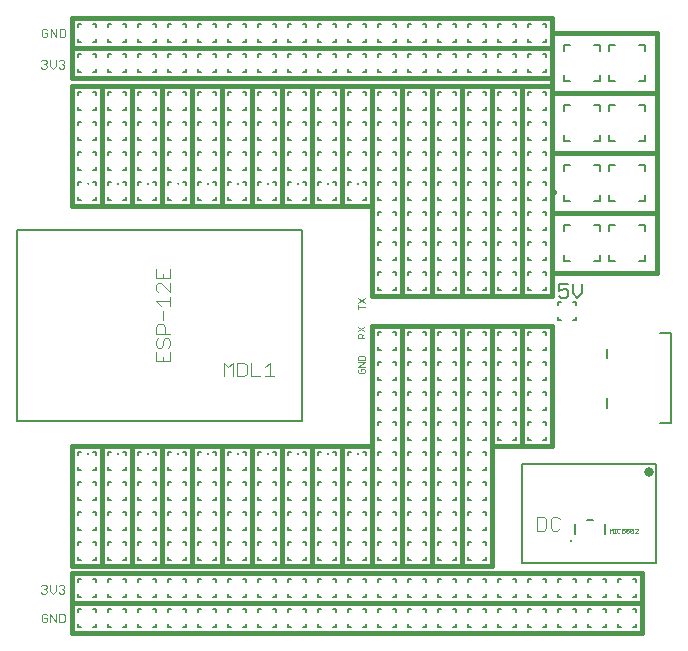
<source format=gto>
G75*
%MOIN*%
%OFA0B0*%
%FSLAX25Y25*%
%IPPOS*%
%LPD*%
%AMOC8*
5,1,8,0,0,1.08239X$1,22.5*
%
%ADD10C,0.01600*%
%ADD11C,0.00400*%
%ADD12C,0.00300*%
%ADD13C,0.00600*%
%ADD14C,0.00000*%
%ADD15C,0.00800*%
%ADD16C,0.03198*%
%ADD17C,0.00200*%
%ADD18C,0.00500*%
%ADD19C,0.01000*%
%ADD20C,0.00100*%
D10*
X0067311Y0033933D02*
X0067311Y0043933D01*
X0257311Y0043933D01*
X0257311Y0033933D01*
X0067311Y0033933D01*
X0067311Y0043933D02*
X0067311Y0053933D01*
X0257311Y0053933D01*
X0257311Y0043933D01*
X0207311Y0056433D02*
X0197311Y0056433D01*
X0187311Y0056433D01*
X0177311Y0056433D01*
X0167311Y0056433D01*
X0157311Y0056433D01*
X0147311Y0056433D01*
X0147311Y0096433D01*
X0137311Y0096433D01*
X0137311Y0056433D01*
X0127311Y0056433D01*
X0127311Y0096433D01*
X0117311Y0096433D01*
X0117311Y0056433D01*
X0107311Y0056433D01*
X0107311Y0096433D01*
X0097311Y0096433D01*
X0097311Y0056433D01*
X0087311Y0056433D01*
X0087311Y0096433D01*
X0077311Y0096433D01*
X0077311Y0056433D01*
X0067311Y0056433D01*
X0067311Y0096433D01*
X0077311Y0096433D01*
X0087311Y0096433D02*
X0097311Y0096433D01*
X0107311Y0096433D02*
X0117311Y0096433D01*
X0127311Y0096433D02*
X0137311Y0096433D01*
X0147311Y0096433D02*
X0157311Y0096433D01*
X0157311Y0056433D01*
X0167311Y0056433D02*
X0167311Y0096433D01*
X0157311Y0096433D01*
X0167311Y0096433D02*
X0167311Y0136433D01*
X0177311Y0136433D01*
X0177311Y0056433D01*
X0187311Y0056433D02*
X0187311Y0136433D01*
X0177311Y0136433D01*
X0187311Y0136433D02*
X0197311Y0136433D01*
X0197311Y0056433D01*
X0207311Y0056433D02*
X0207311Y0096433D01*
X0217311Y0096433D01*
X0227311Y0096433D01*
X0227311Y0136433D01*
X0217311Y0136433D01*
X0217311Y0096433D01*
X0207311Y0096433D02*
X0207311Y0136433D01*
X0197311Y0136433D01*
X0207311Y0136433D02*
X0217311Y0136433D01*
X0217311Y0146433D02*
X0217311Y0216433D01*
X0207311Y0216433D02*
X0207311Y0146433D01*
X0197311Y0146433D02*
X0197311Y0216433D01*
X0187311Y0216433D02*
X0187311Y0146433D01*
X0177311Y0146433D02*
X0177311Y0216433D01*
X0167311Y0216433D02*
X0167311Y0176433D01*
X0157311Y0176433D01*
X0157311Y0216433D01*
X0227311Y0216433D01*
X0227311Y0213933D01*
X0262311Y0213933D01*
X0262311Y0233933D01*
X0227311Y0233933D01*
X0227311Y0238933D01*
X0067311Y0238933D01*
X0067311Y0228933D01*
X0227311Y0228933D01*
X0227311Y0218933D01*
X0067311Y0218933D01*
X0067311Y0228933D01*
X0067311Y0216433D02*
X0077311Y0216433D01*
X0087311Y0216433D01*
X0087311Y0176433D01*
X0097311Y0176433D01*
X0097311Y0216433D01*
X0107311Y0216433D01*
X0107311Y0176433D01*
X0117311Y0176433D01*
X0117311Y0216433D01*
X0127311Y0216433D01*
X0127311Y0176433D01*
X0137311Y0176433D01*
X0137311Y0216433D01*
X0147311Y0216433D01*
X0147311Y0176433D01*
X0157311Y0176433D01*
X0167311Y0176433D02*
X0167311Y0146433D01*
X0227311Y0146433D01*
X0227311Y0153933D01*
X0262311Y0153933D01*
X0262311Y0173933D01*
X0227311Y0173933D01*
X0227311Y0153933D01*
X0227311Y0173933D02*
X0227311Y0193933D01*
X0262311Y0193933D01*
X0262311Y0173933D01*
X0262311Y0193933D02*
X0262311Y0213933D01*
X0227311Y0213933D02*
X0227311Y0193933D01*
X0227980Y0181020D02*
X0227822Y0180862D01*
X0227311Y0216433D02*
X0227311Y0218933D01*
X0227311Y0228933D02*
X0227311Y0233933D01*
X0157311Y0216433D02*
X0147311Y0216433D01*
X0137311Y0216433D02*
X0127311Y0216433D01*
X0117311Y0216433D02*
X0107311Y0216433D01*
X0097311Y0216433D02*
X0087311Y0216433D01*
X0077311Y0216433D02*
X0077311Y0176433D01*
X0087311Y0176433D01*
X0097311Y0176433D02*
X0107311Y0176433D01*
X0117311Y0176433D02*
X0127311Y0176433D01*
X0137311Y0176433D02*
X0147311Y0176433D01*
X0077311Y0176433D02*
X0067311Y0176433D01*
X0067311Y0216433D01*
X0077311Y0056433D02*
X0087311Y0056433D01*
X0097311Y0056433D02*
X0107311Y0056433D01*
X0117311Y0056433D02*
X0127311Y0056433D01*
X0137311Y0056433D02*
X0147311Y0056433D01*
D11*
X0057495Y0037558D02*
X0057028Y0038025D01*
X0057028Y0039894D01*
X0057495Y0040361D01*
X0058429Y0040361D01*
X0058896Y0039894D01*
X0058896Y0038959D02*
X0057962Y0038959D01*
X0058896Y0038959D02*
X0058896Y0038025D01*
X0058429Y0037558D01*
X0057495Y0037558D01*
X0059974Y0037558D02*
X0059974Y0040361D01*
X0061843Y0037558D01*
X0061843Y0040361D01*
X0062921Y0040361D02*
X0064322Y0040361D01*
X0064789Y0039894D01*
X0064789Y0038025D01*
X0064322Y0037558D01*
X0062921Y0037558D01*
X0062921Y0040361D01*
X0117677Y0119527D02*
X0117677Y0124131D01*
X0119212Y0122596D01*
X0120747Y0124131D01*
X0120747Y0119527D01*
X0122281Y0119527D02*
X0124583Y0119527D01*
X0125351Y0120294D01*
X0125351Y0123363D01*
X0124583Y0124131D01*
X0122281Y0124131D01*
X0122281Y0119527D01*
X0126885Y0119527D02*
X0126885Y0124131D01*
X0126885Y0119527D02*
X0129955Y0119527D01*
X0131489Y0119527D02*
X0134559Y0119527D01*
X0133024Y0119527D02*
X0133024Y0124131D01*
X0131489Y0122596D01*
X0099827Y0124527D02*
X0099827Y0127596D01*
X0099060Y0129131D02*
X0099827Y0129898D01*
X0099827Y0131433D01*
X0099060Y0132200D01*
X0098292Y0132200D01*
X0097525Y0131433D01*
X0097525Y0129898D01*
X0096758Y0129131D01*
X0095990Y0129131D01*
X0095223Y0129898D01*
X0095223Y0131433D01*
X0095990Y0132200D01*
X0095223Y0133735D02*
X0095223Y0136037D01*
X0095990Y0136804D01*
X0097525Y0136804D01*
X0098292Y0136037D01*
X0098292Y0133735D01*
X0099827Y0133735D02*
X0095223Y0133735D01*
X0097525Y0138339D02*
X0097525Y0141408D01*
X0096758Y0142942D02*
X0095223Y0144477D01*
X0099827Y0144477D01*
X0099827Y0142942D02*
X0099827Y0146012D01*
X0099827Y0147546D02*
X0096758Y0150616D01*
X0095990Y0150616D01*
X0095223Y0149848D01*
X0095223Y0148314D01*
X0095990Y0147546D01*
X0099827Y0147546D02*
X0099827Y0150616D01*
X0099827Y0152150D02*
X0095223Y0152150D01*
X0095223Y0155220D01*
X0097525Y0153685D02*
X0097525Y0152150D01*
X0099827Y0152150D02*
X0099827Y0155220D01*
X0095223Y0127596D02*
X0095223Y0124527D01*
X0099827Y0124527D01*
X0097525Y0124527D02*
X0097525Y0126061D01*
X0064411Y0232558D02*
X0063010Y0232558D01*
X0063010Y0235361D01*
X0064411Y0235361D01*
X0064878Y0234894D01*
X0064878Y0233025D01*
X0064411Y0232558D01*
X0061932Y0232558D02*
X0061932Y0235361D01*
X0060063Y0235361D02*
X0060063Y0232558D01*
X0058985Y0233025D02*
X0058985Y0233959D01*
X0058051Y0233959D01*
X0058985Y0233025D02*
X0058518Y0232558D01*
X0057584Y0232558D01*
X0057117Y0233025D01*
X0057117Y0234894D01*
X0057584Y0235361D01*
X0058518Y0235361D01*
X0058985Y0234894D01*
X0060063Y0235361D02*
X0061932Y0232558D01*
X0222101Y0072719D02*
X0224402Y0072719D01*
X0225170Y0071952D01*
X0225170Y0068883D01*
X0224402Y0068115D01*
X0222101Y0068115D01*
X0222101Y0072719D01*
X0226704Y0071952D02*
X0226704Y0068883D01*
X0227472Y0068115D01*
X0229006Y0068115D01*
X0229774Y0068883D01*
X0229774Y0071952D02*
X0229006Y0072719D01*
X0227472Y0072719D01*
X0226704Y0071952D01*
D12*
X0064659Y0049533D02*
X0064659Y0049050D01*
X0064175Y0048566D01*
X0064659Y0048082D01*
X0064659Y0047598D01*
X0064175Y0047115D01*
X0063207Y0047115D01*
X0062724Y0047598D01*
X0061712Y0048082D02*
X0061712Y0050017D01*
X0062724Y0049533D02*
X0063207Y0050017D01*
X0064175Y0050017D01*
X0064659Y0049533D01*
X0064175Y0048566D02*
X0063691Y0048566D01*
X0061712Y0048082D02*
X0060745Y0047115D01*
X0059777Y0048082D01*
X0059777Y0050017D01*
X0058766Y0049533D02*
X0058766Y0049050D01*
X0058282Y0048566D01*
X0058766Y0048082D01*
X0058766Y0047598D01*
X0058282Y0047115D01*
X0057314Y0047115D01*
X0056831Y0047598D01*
X0057798Y0048566D02*
X0058282Y0048566D01*
X0058766Y0049533D02*
X0058282Y0050017D01*
X0057314Y0050017D01*
X0056831Y0049533D01*
X0057314Y0222115D02*
X0056831Y0222598D01*
X0057314Y0222115D02*
X0058282Y0222115D01*
X0058766Y0222598D01*
X0058766Y0223082D01*
X0058282Y0223566D01*
X0057798Y0223566D01*
X0058282Y0223566D02*
X0058766Y0224050D01*
X0058766Y0224533D01*
X0058282Y0225017D01*
X0057314Y0225017D01*
X0056831Y0224533D01*
X0059777Y0225017D02*
X0059777Y0223082D01*
X0060745Y0222115D01*
X0061712Y0223082D01*
X0061712Y0225017D01*
X0062724Y0224533D02*
X0063207Y0225017D01*
X0064175Y0225017D01*
X0064659Y0224533D01*
X0064659Y0224050D01*
X0064175Y0223566D01*
X0064659Y0223082D01*
X0064659Y0222598D01*
X0064175Y0222115D01*
X0063207Y0222115D01*
X0062724Y0222598D01*
X0063691Y0223566D02*
X0064175Y0223566D01*
D13*
X0069311Y0221933D02*
X0069311Y0220933D01*
X0070311Y0220933D01*
X0074311Y0220933D02*
X0075311Y0220933D01*
X0075311Y0221933D01*
X0075311Y0225933D02*
X0075311Y0226933D01*
X0074311Y0226933D01*
X0074311Y0230933D02*
X0075311Y0230933D01*
X0075311Y0231933D01*
X0070311Y0230933D02*
X0069311Y0230933D01*
X0069311Y0231933D01*
X0069311Y0226933D02*
X0069311Y0225933D01*
X0069311Y0226933D02*
X0070311Y0226933D01*
X0079311Y0226933D02*
X0079311Y0225933D01*
X0079311Y0226933D02*
X0080311Y0226933D01*
X0080311Y0230933D02*
X0079311Y0230933D01*
X0079311Y0231933D01*
X0079311Y0235933D02*
X0079311Y0236933D01*
X0080311Y0236933D01*
X0084311Y0236933D02*
X0085311Y0236933D01*
X0085311Y0235933D01*
X0089311Y0235933D02*
X0089311Y0236933D01*
X0090311Y0236933D01*
X0094311Y0236933D02*
X0095311Y0236933D01*
X0095311Y0235933D01*
X0099311Y0235933D02*
X0099311Y0236933D01*
X0100311Y0236933D01*
X0104311Y0236933D02*
X0105311Y0236933D01*
X0105311Y0235933D01*
X0109311Y0235933D02*
X0109311Y0236933D01*
X0110311Y0236933D01*
X0114311Y0236933D02*
X0115311Y0236933D01*
X0115311Y0235933D01*
X0119311Y0235933D02*
X0119311Y0236933D01*
X0120311Y0236933D01*
X0124311Y0236933D02*
X0125311Y0236933D01*
X0125311Y0235933D01*
X0129311Y0235933D02*
X0129311Y0236933D01*
X0130311Y0236933D01*
X0134311Y0236933D02*
X0135311Y0236933D01*
X0135311Y0235933D01*
X0139311Y0235933D02*
X0139311Y0236933D01*
X0140311Y0236933D01*
X0144311Y0236933D02*
X0145311Y0236933D01*
X0145311Y0235933D01*
X0149311Y0235933D02*
X0149311Y0236933D01*
X0150311Y0236933D01*
X0154311Y0236933D02*
X0155311Y0236933D01*
X0155311Y0235933D01*
X0159311Y0235933D02*
X0159311Y0236933D01*
X0160311Y0236933D01*
X0164311Y0236933D02*
X0165311Y0236933D01*
X0165311Y0235933D01*
X0169311Y0235933D02*
X0169311Y0236933D01*
X0170311Y0236933D01*
X0174311Y0236933D02*
X0175311Y0236933D01*
X0175311Y0235933D01*
X0179311Y0235933D02*
X0179311Y0236933D01*
X0180311Y0236933D01*
X0184311Y0236933D02*
X0185311Y0236933D01*
X0185311Y0235933D01*
X0189311Y0235933D02*
X0189311Y0236933D01*
X0190311Y0236933D01*
X0194311Y0236933D02*
X0195311Y0236933D01*
X0195311Y0235933D01*
X0199311Y0235933D02*
X0199311Y0236933D01*
X0200311Y0236933D01*
X0204311Y0236933D02*
X0205311Y0236933D01*
X0205311Y0235933D01*
X0209311Y0235933D02*
X0209311Y0236933D01*
X0210311Y0236933D01*
X0214311Y0236933D02*
X0215311Y0236933D01*
X0215311Y0235933D01*
X0219311Y0235933D02*
X0219311Y0236933D01*
X0220311Y0236933D01*
X0224311Y0236933D02*
X0225311Y0236933D01*
X0225311Y0235933D01*
X0225311Y0231933D02*
X0225311Y0230933D01*
X0224311Y0230933D01*
X0224311Y0226933D02*
X0225311Y0226933D01*
X0225311Y0225933D01*
X0225311Y0221933D02*
X0225311Y0220933D01*
X0224311Y0220933D01*
X0220311Y0220933D02*
X0219311Y0220933D01*
X0219311Y0221933D01*
X0219311Y0225933D02*
X0219311Y0226933D01*
X0220311Y0226933D01*
X0220311Y0230933D02*
X0219311Y0230933D01*
X0219311Y0231933D01*
X0215311Y0231933D02*
X0215311Y0230933D01*
X0214311Y0230933D01*
X0214311Y0226933D02*
X0215311Y0226933D01*
X0215311Y0225933D01*
X0215311Y0221933D02*
X0215311Y0220933D01*
X0214311Y0220933D01*
X0210311Y0220933D02*
X0209311Y0220933D01*
X0209311Y0221933D01*
X0209311Y0225933D02*
X0209311Y0226933D01*
X0210311Y0226933D01*
X0210311Y0230933D02*
X0209311Y0230933D01*
X0209311Y0231933D01*
X0205311Y0231933D02*
X0205311Y0230933D01*
X0204311Y0230933D01*
X0204311Y0226933D02*
X0205311Y0226933D01*
X0205311Y0225933D01*
X0205311Y0221933D02*
X0205311Y0220933D01*
X0204311Y0220933D01*
X0200311Y0220933D02*
X0199311Y0220933D01*
X0199311Y0221933D01*
X0199311Y0225933D02*
X0199311Y0226933D01*
X0200311Y0226933D01*
X0200311Y0230933D02*
X0199311Y0230933D01*
X0199311Y0231933D01*
X0195311Y0231933D02*
X0195311Y0230933D01*
X0194311Y0230933D01*
X0194311Y0226933D02*
X0195311Y0226933D01*
X0195311Y0225933D01*
X0195311Y0221933D02*
X0195311Y0220933D01*
X0194311Y0220933D01*
X0190311Y0220933D02*
X0189311Y0220933D01*
X0189311Y0221933D01*
X0189311Y0225933D02*
X0189311Y0226933D01*
X0190311Y0226933D01*
X0190311Y0230933D02*
X0189311Y0230933D01*
X0189311Y0231933D01*
X0185311Y0231933D02*
X0185311Y0230933D01*
X0184311Y0230933D01*
X0184311Y0226933D02*
X0185311Y0226933D01*
X0185311Y0225933D01*
X0185311Y0221933D02*
X0185311Y0220933D01*
X0184311Y0220933D01*
X0180311Y0220933D02*
X0179311Y0220933D01*
X0179311Y0221933D01*
X0179311Y0225933D02*
X0179311Y0226933D01*
X0180311Y0226933D01*
X0180311Y0230933D02*
X0179311Y0230933D01*
X0179311Y0231933D01*
X0175311Y0231933D02*
X0175311Y0230933D01*
X0174311Y0230933D01*
X0174311Y0226933D02*
X0175311Y0226933D01*
X0175311Y0225933D01*
X0175311Y0221933D02*
X0175311Y0220933D01*
X0174311Y0220933D01*
X0170311Y0220933D02*
X0169311Y0220933D01*
X0169311Y0221933D01*
X0169311Y0225933D02*
X0169311Y0226933D01*
X0170311Y0226933D01*
X0170311Y0230933D02*
X0169311Y0230933D01*
X0169311Y0231933D01*
X0165311Y0231933D02*
X0165311Y0230933D01*
X0164311Y0230933D01*
X0164311Y0226933D02*
X0165311Y0226933D01*
X0165311Y0225933D01*
X0165311Y0221933D02*
X0165311Y0220933D01*
X0164311Y0220933D01*
X0160311Y0220933D02*
X0159311Y0220933D01*
X0159311Y0221933D01*
X0159311Y0225933D02*
X0159311Y0226933D01*
X0160311Y0226933D01*
X0160311Y0230933D02*
X0159311Y0230933D01*
X0159311Y0231933D01*
X0155311Y0231933D02*
X0155311Y0230933D01*
X0154311Y0230933D01*
X0154311Y0226933D02*
X0155311Y0226933D01*
X0155311Y0225933D01*
X0155311Y0221933D02*
X0155311Y0220933D01*
X0154311Y0220933D01*
X0150311Y0220933D02*
X0149311Y0220933D01*
X0149311Y0221933D01*
X0149311Y0225933D02*
X0149311Y0226933D01*
X0150311Y0226933D01*
X0150311Y0230933D02*
X0149311Y0230933D01*
X0149311Y0231933D01*
X0145311Y0231933D02*
X0145311Y0230933D01*
X0144311Y0230933D01*
X0144311Y0226933D02*
X0145311Y0226933D01*
X0145311Y0225933D01*
X0145311Y0221933D02*
X0145311Y0220933D01*
X0144311Y0220933D01*
X0140311Y0220933D02*
X0139311Y0220933D01*
X0139311Y0221933D01*
X0139311Y0225933D02*
X0139311Y0226933D01*
X0140311Y0226933D01*
X0140311Y0230933D02*
X0139311Y0230933D01*
X0139311Y0231933D01*
X0135311Y0231933D02*
X0135311Y0230933D01*
X0134311Y0230933D01*
X0134311Y0226933D02*
X0135311Y0226933D01*
X0135311Y0225933D01*
X0135311Y0221933D02*
X0135311Y0220933D01*
X0134311Y0220933D01*
X0130311Y0220933D02*
X0129311Y0220933D01*
X0129311Y0221933D01*
X0129311Y0225933D02*
X0129311Y0226933D01*
X0130311Y0226933D01*
X0130311Y0230933D02*
X0129311Y0230933D01*
X0129311Y0231933D01*
X0125311Y0231933D02*
X0125311Y0230933D01*
X0124311Y0230933D01*
X0124311Y0226933D02*
X0125311Y0226933D01*
X0125311Y0225933D01*
X0125311Y0221933D02*
X0125311Y0220933D01*
X0124311Y0220933D01*
X0120311Y0220933D02*
X0119311Y0220933D01*
X0119311Y0221933D01*
X0119311Y0225933D02*
X0119311Y0226933D01*
X0120311Y0226933D01*
X0120311Y0230933D02*
X0119311Y0230933D01*
X0119311Y0231933D01*
X0115311Y0231933D02*
X0115311Y0230933D01*
X0114311Y0230933D01*
X0114311Y0226933D02*
X0115311Y0226933D01*
X0115311Y0225933D01*
X0115311Y0221933D02*
X0115311Y0220933D01*
X0114311Y0220933D01*
X0110311Y0220933D02*
X0109311Y0220933D01*
X0109311Y0221933D01*
X0109311Y0225933D02*
X0109311Y0226933D01*
X0110311Y0226933D01*
X0110311Y0230933D02*
X0109311Y0230933D01*
X0109311Y0231933D01*
X0105311Y0231933D02*
X0105311Y0230933D01*
X0104311Y0230933D01*
X0104311Y0226933D02*
X0105311Y0226933D01*
X0105311Y0225933D01*
X0105311Y0221933D02*
X0105311Y0220933D01*
X0104311Y0220933D01*
X0100311Y0220933D02*
X0099311Y0220933D01*
X0099311Y0221933D01*
X0099311Y0225933D02*
X0099311Y0226933D01*
X0100311Y0226933D01*
X0100311Y0230933D02*
X0099311Y0230933D01*
X0099311Y0231933D01*
X0095311Y0231933D02*
X0095311Y0230933D01*
X0094311Y0230933D01*
X0094311Y0226933D02*
X0095311Y0226933D01*
X0095311Y0225933D01*
X0095311Y0221933D02*
X0095311Y0220933D01*
X0094311Y0220933D01*
X0090311Y0220933D02*
X0089311Y0220933D01*
X0089311Y0221933D01*
X0089311Y0225933D02*
X0089311Y0226933D01*
X0090311Y0226933D01*
X0090311Y0230933D02*
X0089311Y0230933D01*
X0089311Y0231933D01*
X0085311Y0231933D02*
X0085311Y0230933D01*
X0084311Y0230933D01*
X0084311Y0226933D02*
X0085311Y0226933D01*
X0085311Y0225933D01*
X0085311Y0221933D02*
X0085311Y0220933D01*
X0084311Y0220933D01*
X0080311Y0220933D02*
X0079311Y0220933D01*
X0079311Y0221933D01*
X0079311Y0214433D02*
X0079311Y0213433D01*
X0079311Y0214433D02*
X0080311Y0214433D01*
X0084311Y0214433D02*
X0085311Y0214433D01*
X0085311Y0213433D01*
X0089311Y0213433D02*
X0089311Y0214433D01*
X0090311Y0214433D01*
X0094311Y0214433D02*
X0095311Y0214433D01*
X0095311Y0213433D01*
X0099311Y0213433D02*
X0099311Y0214433D01*
X0100311Y0214433D01*
X0104311Y0214433D02*
X0105311Y0214433D01*
X0105311Y0213433D01*
X0105311Y0209433D02*
X0105311Y0208433D01*
X0104311Y0208433D01*
X0104311Y0204433D02*
X0105311Y0204433D01*
X0105311Y0203433D01*
X0109311Y0203433D02*
X0109311Y0204433D01*
X0110311Y0204433D01*
X0114311Y0204433D02*
X0115311Y0204433D01*
X0115311Y0203433D01*
X0119311Y0203433D02*
X0119311Y0204433D01*
X0120311Y0204433D01*
X0124311Y0204433D02*
X0125311Y0204433D01*
X0125311Y0203433D01*
X0125311Y0208433D02*
X0124311Y0208433D01*
X0125311Y0208433D02*
X0125311Y0209433D01*
X0125311Y0213433D02*
X0125311Y0214433D01*
X0124311Y0214433D01*
X0120311Y0214433D02*
X0119311Y0214433D01*
X0119311Y0213433D01*
X0119311Y0209433D02*
X0119311Y0208433D01*
X0120311Y0208433D01*
X0115311Y0208433D02*
X0114311Y0208433D01*
X0115311Y0208433D02*
X0115311Y0209433D01*
X0115311Y0213433D02*
X0115311Y0214433D01*
X0114311Y0214433D01*
X0110311Y0214433D02*
X0109311Y0214433D01*
X0109311Y0213433D01*
X0109311Y0209433D02*
X0109311Y0208433D01*
X0110311Y0208433D01*
X0109311Y0199433D02*
X0109311Y0198433D01*
X0110311Y0198433D01*
X0114311Y0198433D02*
X0115311Y0198433D01*
X0115311Y0199433D01*
X0119311Y0199433D02*
X0119311Y0198433D01*
X0120311Y0198433D01*
X0124311Y0198433D02*
X0125311Y0198433D01*
X0125311Y0199433D01*
X0129311Y0199433D02*
X0129311Y0198433D01*
X0130311Y0198433D01*
X0134311Y0198433D02*
X0135311Y0198433D01*
X0135311Y0199433D01*
X0139311Y0199433D02*
X0139311Y0198433D01*
X0140311Y0198433D01*
X0144311Y0198433D02*
X0145311Y0198433D01*
X0145311Y0199433D01*
X0149311Y0199433D02*
X0149311Y0198433D01*
X0150311Y0198433D01*
X0154311Y0198433D02*
X0155311Y0198433D01*
X0155311Y0199433D01*
X0159311Y0199433D02*
X0159311Y0198433D01*
X0160311Y0198433D01*
X0164311Y0198433D02*
X0165311Y0198433D01*
X0165311Y0199433D01*
X0169311Y0199433D02*
X0169311Y0198433D01*
X0170311Y0198433D01*
X0174311Y0198433D02*
X0175311Y0198433D01*
X0175311Y0199433D01*
X0179311Y0199433D02*
X0179311Y0198433D01*
X0180311Y0198433D01*
X0184311Y0198433D02*
X0185311Y0198433D01*
X0185311Y0199433D01*
X0189311Y0199433D02*
X0189311Y0198433D01*
X0190311Y0198433D01*
X0194311Y0198433D02*
X0195311Y0198433D01*
X0195311Y0199433D01*
X0199311Y0199433D02*
X0199311Y0198433D01*
X0200311Y0198433D01*
X0204311Y0198433D02*
X0205311Y0198433D01*
X0205311Y0199433D01*
X0209311Y0199433D02*
X0209311Y0198433D01*
X0210311Y0198433D01*
X0214311Y0198433D02*
X0215311Y0198433D01*
X0215311Y0199433D01*
X0219311Y0199433D02*
X0219311Y0198433D01*
X0220311Y0198433D01*
X0224311Y0198433D02*
X0225311Y0198433D01*
X0225311Y0199433D01*
X0225311Y0203433D02*
X0225311Y0204433D01*
X0224311Y0204433D01*
X0224311Y0208433D02*
X0225311Y0208433D01*
X0225311Y0209433D01*
X0225311Y0213433D02*
X0225311Y0214433D01*
X0224311Y0214433D01*
X0220311Y0214433D02*
X0219311Y0214433D01*
X0219311Y0213433D01*
X0219311Y0209433D02*
X0219311Y0208433D01*
X0220311Y0208433D01*
X0220311Y0204433D02*
X0219311Y0204433D01*
X0219311Y0203433D01*
X0215311Y0203433D02*
X0215311Y0204433D01*
X0214311Y0204433D01*
X0214311Y0208433D02*
X0215311Y0208433D01*
X0215311Y0209433D01*
X0215311Y0213433D02*
X0215311Y0214433D01*
X0214311Y0214433D01*
X0210311Y0214433D02*
X0209311Y0214433D01*
X0209311Y0213433D01*
X0209311Y0209433D02*
X0209311Y0208433D01*
X0210311Y0208433D01*
X0210311Y0204433D02*
X0209311Y0204433D01*
X0209311Y0203433D01*
X0205311Y0203433D02*
X0205311Y0204433D01*
X0204311Y0204433D01*
X0204311Y0208433D02*
X0205311Y0208433D01*
X0205311Y0209433D01*
X0205311Y0213433D02*
X0205311Y0214433D01*
X0204311Y0214433D01*
X0200311Y0214433D02*
X0199311Y0214433D01*
X0199311Y0213433D01*
X0199311Y0209433D02*
X0199311Y0208433D01*
X0200311Y0208433D01*
X0200311Y0204433D02*
X0199311Y0204433D01*
X0199311Y0203433D01*
X0195311Y0203433D02*
X0195311Y0204433D01*
X0194311Y0204433D01*
X0194311Y0208433D02*
X0195311Y0208433D01*
X0195311Y0209433D01*
X0195311Y0213433D02*
X0195311Y0214433D01*
X0194311Y0214433D01*
X0190311Y0214433D02*
X0189311Y0214433D01*
X0189311Y0213433D01*
X0189311Y0209433D02*
X0189311Y0208433D01*
X0190311Y0208433D01*
X0190311Y0204433D02*
X0189311Y0204433D01*
X0189311Y0203433D01*
X0185311Y0203433D02*
X0185311Y0204433D01*
X0184311Y0204433D01*
X0184311Y0208433D02*
X0185311Y0208433D01*
X0185311Y0209433D01*
X0185311Y0213433D02*
X0185311Y0214433D01*
X0184311Y0214433D01*
X0180311Y0214433D02*
X0179311Y0214433D01*
X0179311Y0213433D01*
X0179311Y0209433D02*
X0179311Y0208433D01*
X0180311Y0208433D01*
X0180311Y0204433D02*
X0179311Y0204433D01*
X0179311Y0203433D01*
X0175311Y0203433D02*
X0175311Y0204433D01*
X0174311Y0204433D01*
X0174311Y0208433D02*
X0175311Y0208433D01*
X0175311Y0209433D01*
X0175311Y0213433D02*
X0175311Y0214433D01*
X0174311Y0214433D01*
X0170311Y0214433D02*
X0169311Y0214433D01*
X0169311Y0213433D01*
X0169311Y0209433D02*
X0169311Y0208433D01*
X0170311Y0208433D01*
X0170311Y0204433D02*
X0169311Y0204433D01*
X0169311Y0203433D01*
X0165311Y0203433D02*
X0165311Y0204433D01*
X0164311Y0204433D01*
X0164311Y0208433D02*
X0165311Y0208433D01*
X0165311Y0209433D01*
X0165311Y0213433D02*
X0165311Y0214433D01*
X0164311Y0214433D01*
X0160311Y0214433D02*
X0159311Y0214433D01*
X0159311Y0213433D01*
X0159311Y0209433D02*
X0159311Y0208433D01*
X0160311Y0208433D01*
X0160311Y0204433D02*
X0159311Y0204433D01*
X0159311Y0203433D01*
X0155311Y0203433D02*
X0155311Y0204433D01*
X0154311Y0204433D01*
X0154311Y0208433D02*
X0155311Y0208433D01*
X0155311Y0209433D01*
X0155311Y0213433D02*
X0155311Y0214433D01*
X0154311Y0214433D01*
X0150311Y0214433D02*
X0149311Y0214433D01*
X0149311Y0213433D01*
X0149311Y0209433D02*
X0149311Y0208433D01*
X0150311Y0208433D01*
X0150311Y0204433D02*
X0149311Y0204433D01*
X0149311Y0203433D01*
X0145311Y0203433D02*
X0145311Y0204433D01*
X0144311Y0204433D01*
X0144311Y0208433D02*
X0145311Y0208433D01*
X0145311Y0209433D01*
X0145311Y0213433D02*
X0145311Y0214433D01*
X0144311Y0214433D01*
X0140311Y0214433D02*
X0139311Y0214433D01*
X0139311Y0213433D01*
X0139311Y0209433D02*
X0139311Y0208433D01*
X0140311Y0208433D01*
X0140311Y0204433D02*
X0139311Y0204433D01*
X0139311Y0203433D01*
X0135311Y0203433D02*
X0135311Y0204433D01*
X0134311Y0204433D01*
X0134311Y0208433D02*
X0135311Y0208433D01*
X0135311Y0209433D01*
X0135311Y0213433D02*
X0135311Y0214433D01*
X0134311Y0214433D01*
X0130311Y0214433D02*
X0129311Y0214433D01*
X0129311Y0213433D01*
X0129311Y0209433D02*
X0129311Y0208433D01*
X0130311Y0208433D01*
X0130311Y0204433D02*
X0129311Y0204433D01*
X0129311Y0203433D01*
X0129311Y0194433D02*
X0129311Y0193433D01*
X0129311Y0194433D02*
X0130311Y0194433D01*
X0134311Y0194433D02*
X0135311Y0194433D01*
X0135311Y0193433D01*
X0139311Y0193433D02*
X0139311Y0194433D01*
X0140311Y0194433D01*
X0144311Y0194433D02*
X0145311Y0194433D01*
X0145311Y0193433D01*
X0149311Y0193433D02*
X0149311Y0194433D01*
X0150311Y0194433D01*
X0154311Y0194433D02*
X0155311Y0194433D01*
X0155311Y0193433D01*
X0159311Y0193433D02*
X0159311Y0194433D01*
X0160311Y0194433D01*
X0164311Y0194433D02*
X0165311Y0194433D01*
X0165311Y0193433D01*
X0169311Y0193433D02*
X0169311Y0194433D01*
X0170311Y0194433D01*
X0174311Y0194433D02*
X0175311Y0194433D01*
X0175311Y0193433D01*
X0179311Y0193433D02*
X0179311Y0194433D01*
X0180311Y0194433D01*
X0184311Y0194433D02*
X0185311Y0194433D01*
X0185311Y0193433D01*
X0189311Y0193433D02*
X0189311Y0194433D01*
X0190311Y0194433D01*
X0194311Y0194433D02*
X0195311Y0194433D01*
X0195311Y0193433D01*
X0199311Y0193433D02*
X0199311Y0194433D01*
X0200311Y0194433D01*
X0204311Y0194433D02*
X0205311Y0194433D01*
X0205311Y0193433D01*
X0209311Y0193433D02*
X0209311Y0194433D01*
X0210311Y0194433D01*
X0214311Y0194433D02*
X0215311Y0194433D01*
X0215311Y0193433D01*
X0219311Y0193433D02*
X0219311Y0194433D01*
X0220311Y0194433D01*
X0224311Y0194433D02*
X0225311Y0194433D01*
X0225311Y0193433D01*
X0225311Y0189433D02*
X0225311Y0188433D01*
X0224311Y0188433D01*
X0224311Y0184433D02*
X0225311Y0184433D01*
X0225311Y0183433D01*
X0225311Y0179433D02*
X0225311Y0178433D01*
X0224311Y0178433D01*
X0224311Y0174433D02*
X0225311Y0174433D01*
X0225311Y0173433D01*
X0225311Y0169433D02*
X0225311Y0168433D01*
X0224311Y0168433D01*
X0224311Y0164433D02*
X0225311Y0164433D01*
X0225311Y0163433D01*
X0225311Y0159433D02*
X0225311Y0158433D01*
X0224311Y0158433D01*
X0224311Y0154433D02*
X0225311Y0154433D01*
X0225311Y0153433D01*
X0225311Y0149433D02*
X0225311Y0148433D01*
X0224311Y0148433D01*
X0220311Y0148433D02*
X0219311Y0148433D01*
X0219311Y0149433D01*
X0219311Y0153433D02*
X0219311Y0154433D01*
X0220311Y0154433D01*
X0220311Y0158433D02*
X0219311Y0158433D01*
X0219311Y0159433D01*
X0219311Y0163433D02*
X0219311Y0164433D01*
X0220311Y0164433D01*
X0220311Y0168433D02*
X0219311Y0168433D01*
X0219311Y0169433D01*
X0215311Y0169433D02*
X0215311Y0168433D01*
X0214311Y0168433D01*
X0214311Y0164433D02*
X0215311Y0164433D01*
X0215311Y0163433D01*
X0215311Y0159433D02*
X0215311Y0158433D01*
X0214311Y0158433D01*
X0214311Y0154433D02*
X0215311Y0154433D01*
X0215311Y0153433D01*
X0215311Y0149433D02*
X0215311Y0148433D01*
X0214311Y0148433D01*
X0210311Y0148433D02*
X0209311Y0148433D01*
X0209311Y0149433D01*
X0209311Y0153433D02*
X0209311Y0154433D01*
X0210311Y0154433D01*
X0210311Y0158433D02*
X0209311Y0158433D01*
X0209311Y0159433D01*
X0209311Y0163433D02*
X0209311Y0164433D01*
X0210311Y0164433D01*
X0210311Y0168433D02*
X0209311Y0168433D01*
X0209311Y0169433D01*
X0205311Y0169433D02*
X0205311Y0168433D01*
X0204311Y0168433D01*
X0204311Y0164433D02*
X0205311Y0164433D01*
X0205311Y0163433D01*
X0205311Y0159433D02*
X0205311Y0158433D01*
X0204311Y0158433D01*
X0204311Y0154433D02*
X0205311Y0154433D01*
X0205311Y0153433D01*
X0205311Y0149433D02*
X0205311Y0148433D01*
X0204311Y0148433D01*
X0200311Y0148433D02*
X0199311Y0148433D01*
X0199311Y0149433D01*
X0199311Y0153433D02*
X0199311Y0154433D01*
X0200311Y0154433D01*
X0200311Y0158433D02*
X0199311Y0158433D01*
X0199311Y0159433D01*
X0199311Y0163433D02*
X0199311Y0164433D01*
X0200311Y0164433D01*
X0200311Y0168433D02*
X0199311Y0168433D01*
X0199311Y0169433D01*
X0199311Y0173433D02*
X0199311Y0174433D01*
X0200311Y0174433D01*
X0204311Y0174433D02*
X0205311Y0174433D01*
X0205311Y0173433D01*
X0209311Y0173433D02*
X0209311Y0174433D01*
X0210311Y0174433D01*
X0214311Y0174433D02*
X0215311Y0174433D01*
X0215311Y0173433D01*
X0219311Y0173433D02*
X0219311Y0174433D01*
X0220311Y0174433D01*
X0220311Y0178433D02*
X0219311Y0178433D01*
X0219311Y0179433D01*
X0215311Y0179433D02*
X0215311Y0178433D01*
X0214311Y0178433D01*
X0210311Y0178433D02*
X0209311Y0178433D01*
X0209311Y0179433D01*
X0205311Y0179433D02*
X0205311Y0178433D01*
X0204311Y0178433D01*
X0200311Y0178433D02*
X0199311Y0178433D01*
X0199311Y0179433D01*
X0199311Y0183433D02*
X0199311Y0184433D01*
X0200311Y0184433D01*
X0204311Y0184433D02*
X0205311Y0184433D01*
X0205311Y0183433D01*
X0209311Y0183433D02*
X0209311Y0184433D01*
X0210311Y0184433D01*
X0214311Y0184433D02*
X0215311Y0184433D01*
X0215311Y0183433D01*
X0219311Y0183433D02*
X0219311Y0184433D01*
X0220311Y0184433D01*
X0220311Y0188433D02*
X0219311Y0188433D01*
X0219311Y0189433D01*
X0215311Y0189433D02*
X0215311Y0188433D01*
X0214311Y0188433D01*
X0210311Y0188433D02*
X0209311Y0188433D01*
X0209311Y0189433D01*
X0205311Y0189433D02*
X0205311Y0188433D01*
X0204311Y0188433D01*
X0200311Y0188433D02*
X0199311Y0188433D01*
X0199311Y0189433D01*
X0195311Y0189433D02*
X0195311Y0188433D01*
X0194311Y0188433D01*
X0190311Y0188433D02*
X0189311Y0188433D01*
X0189311Y0189433D01*
X0185311Y0189433D02*
X0185311Y0188433D01*
X0184311Y0188433D01*
X0184311Y0184433D02*
X0185311Y0184433D01*
X0185311Y0183433D01*
X0189311Y0183433D02*
X0189311Y0184433D01*
X0190311Y0184433D01*
X0194311Y0184433D02*
X0195311Y0184433D01*
X0195311Y0183433D01*
X0195311Y0179433D02*
X0195311Y0178433D01*
X0194311Y0178433D01*
X0190311Y0178433D02*
X0189311Y0178433D01*
X0189311Y0179433D01*
X0185311Y0179433D02*
X0185311Y0178433D01*
X0184311Y0178433D01*
X0184311Y0174433D02*
X0185311Y0174433D01*
X0185311Y0173433D01*
X0189311Y0173433D02*
X0189311Y0174433D01*
X0190311Y0174433D01*
X0194311Y0174433D02*
X0195311Y0174433D01*
X0195311Y0173433D01*
X0195311Y0169433D02*
X0195311Y0168433D01*
X0194311Y0168433D01*
X0194311Y0164433D02*
X0195311Y0164433D01*
X0195311Y0163433D01*
X0195311Y0159433D02*
X0195311Y0158433D01*
X0194311Y0158433D01*
X0194311Y0154433D02*
X0195311Y0154433D01*
X0195311Y0153433D01*
X0195311Y0149433D02*
X0195311Y0148433D01*
X0194311Y0148433D01*
X0190311Y0148433D02*
X0189311Y0148433D01*
X0189311Y0149433D01*
X0189311Y0153433D02*
X0189311Y0154433D01*
X0190311Y0154433D01*
X0190311Y0158433D02*
X0189311Y0158433D01*
X0189311Y0159433D01*
X0189311Y0163433D02*
X0189311Y0164433D01*
X0190311Y0164433D01*
X0190311Y0168433D02*
X0189311Y0168433D01*
X0189311Y0169433D01*
X0185311Y0169433D02*
X0185311Y0168433D01*
X0184311Y0168433D01*
X0184311Y0164433D02*
X0185311Y0164433D01*
X0185311Y0163433D01*
X0185311Y0159433D02*
X0185311Y0158433D01*
X0184311Y0158433D01*
X0184311Y0154433D02*
X0185311Y0154433D01*
X0185311Y0153433D01*
X0185311Y0149433D02*
X0185311Y0148433D01*
X0184311Y0148433D01*
X0180311Y0148433D02*
X0179311Y0148433D01*
X0179311Y0149433D01*
X0179311Y0153433D02*
X0179311Y0154433D01*
X0180311Y0154433D01*
X0180311Y0158433D02*
X0179311Y0158433D01*
X0179311Y0159433D01*
X0179311Y0163433D02*
X0179311Y0164433D01*
X0180311Y0164433D01*
X0180311Y0168433D02*
X0179311Y0168433D01*
X0179311Y0169433D01*
X0179311Y0173433D02*
X0179311Y0174433D01*
X0180311Y0174433D01*
X0180311Y0178433D02*
X0179311Y0178433D01*
X0179311Y0179433D01*
X0179311Y0183433D02*
X0179311Y0184433D01*
X0180311Y0184433D01*
X0180311Y0188433D02*
X0179311Y0188433D01*
X0179311Y0189433D01*
X0175311Y0189433D02*
X0175311Y0188433D01*
X0174311Y0188433D01*
X0170311Y0188433D02*
X0169311Y0188433D01*
X0169311Y0189433D01*
X0165311Y0189433D02*
X0165311Y0188433D01*
X0164311Y0188433D01*
X0160311Y0188433D02*
X0159311Y0188433D01*
X0159311Y0189433D01*
X0155311Y0189433D02*
X0155311Y0188433D01*
X0154311Y0188433D01*
X0154311Y0184433D02*
X0155311Y0184433D01*
X0155311Y0183433D01*
X0159311Y0183433D02*
X0159311Y0184433D01*
X0160311Y0184433D01*
X0164311Y0184433D02*
X0165311Y0184433D01*
X0165311Y0183433D01*
X0169311Y0183433D02*
X0169311Y0184433D01*
X0170311Y0184433D01*
X0174311Y0184433D02*
X0175311Y0184433D01*
X0175311Y0183433D01*
X0175311Y0179433D02*
X0175311Y0178433D01*
X0174311Y0178433D01*
X0170311Y0178433D02*
X0169311Y0178433D01*
X0169311Y0179433D01*
X0165311Y0179433D02*
X0165311Y0178433D01*
X0164311Y0178433D01*
X0160311Y0178433D02*
X0159311Y0178433D01*
X0159311Y0179433D01*
X0155311Y0179433D02*
X0155311Y0178433D01*
X0154311Y0178433D01*
X0150311Y0178433D02*
X0149311Y0178433D01*
X0149311Y0179433D01*
X0145311Y0179433D02*
X0145311Y0178433D01*
X0144311Y0178433D01*
X0140311Y0178433D02*
X0139311Y0178433D01*
X0139311Y0179433D01*
X0135311Y0179433D02*
X0135311Y0178433D01*
X0134311Y0178433D01*
X0130311Y0178433D02*
X0129311Y0178433D01*
X0129311Y0179433D01*
X0129311Y0183433D02*
X0129311Y0184433D01*
X0130311Y0184433D01*
X0134311Y0184433D02*
X0135311Y0184433D01*
X0135311Y0183433D01*
X0139311Y0183433D02*
X0139311Y0184433D01*
X0140311Y0184433D01*
X0144311Y0184433D02*
X0145311Y0184433D01*
X0145311Y0183433D01*
X0149311Y0183433D02*
X0149311Y0184433D01*
X0150311Y0184433D01*
X0150311Y0188433D02*
X0149311Y0188433D01*
X0149311Y0189433D01*
X0145311Y0189433D02*
X0145311Y0188433D01*
X0144311Y0188433D01*
X0140311Y0188433D02*
X0139311Y0188433D01*
X0139311Y0189433D01*
X0135311Y0189433D02*
X0135311Y0188433D01*
X0134311Y0188433D01*
X0130311Y0188433D02*
X0129311Y0188433D01*
X0129311Y0189433D01*
X0125311Y0189433D02*
X0125311Y0188433D01*
X0124311Y0188433D01*
X0120311Y0188433D02*
X0119311Y0188433D01*
X0119311Y0189433D01*
X0115311Y0189433D02*
X0115311Y0188433D01*
X0114311Y0188433D01*
X0110311Y0188433D02*
X0109311Y0188433D01*
X0109311Y0189433D01*
X0109311Y0193433D02*
X0109311Y0194433D01*
X0110311Y0194433D01*
X0114311Y0194433D02*
X0115311Y0194433D01*
X0115311Y0193433D01*
X0119311Y0193433D02*
X0119311Y0194433D01*
X0120311Y0194433D01*
X0124311Y0194433D02*
X0125311Y0194433D01*
X0125311Y0193433D01*
X0125311Y0184433D02*
X0124311Y0184433D01*
X0125311Y0184433D02*
X0125311Y0183433D01*
X0120311Y0184433D02*
X0119311Y0184433D01*
X0119311Y0183433D01*
X0115311Y0183433D02*
X0115311Y0184433D01*
X0114311Y0184433D01*
X0110311Y0184433D02*
X0109311Y0184433D01*
X0109311Y0183433D01*
X0109311Y0179433D02*
X0109311Y0178433D01*
X0110311Y0178433D01*
X0114311Y0178433D02*
X0115311Y0178433D01*
X0115311Y0179433D01*
X0119311Y0179433D02*
X0119311Y0178433D01*
X0120311Y0178433D01*
X0124311Y0178433D02*
X0125311Y0178433D01*
X0125311Y0179433D01*
X0105311Y0179433D02*
X0105311Y0178433D01*
X0104311Y0178433D01*
X0100311Y0178433D02*
X0099311Y0178433D01*
X0099311Y0179433D01*
X0095311Y0179433D02*
X0095311Y0178433D01*
X0094311Y0178433D01*
X0090311Y0178433D02*
X0089311Y0178433D01*
X0089311Y0179433D01*
X0085311Y0179433D02*
X0085311Y0178433D01*
X0084311Y0178433D01*
X0080311Y0178433D02*
X0079311Y0178433D01*
X0079311Y0179433D01*
X0079311Y0183433D02*
X0079311Y0184433D01*
X0080311Y0184433D01*
X0084311Y0184433D02*
X0085311Y0184433D01*
X0085311Y0183433D01*
X0089311Y0183433D02*
X0089311Y0184433D01*
X0090311Y0184433D01*
X0094311Y0184433D02*
X0095311Y0184433D01*
X0095311Y0183433D01*
X0099311Y0183433D02*
X0099311Y0184433D01*
X0100311Y0184433D01*
X0104311Y0184433D02*
X0105311Y0184433D01*
X0105311Y0183433D01*
X0105311Y0188433D02*
X0104311Y0188433D01*
X0105311Y0188433D02*
X0105311Y0189433D01*
X0105311Y0193433D02*
X0105311Y0194433D01*
X0104311Y0194433D01*
X0104311Y0198433D02*
X0105311Y0198433D01*
X0105311Y0199433D01*
X0100311Y0198433D02*
X0099311Y0198433D01*
X0099311Y0199433D01*
X0095311Y0199433D02*
X0095311Y0198433D01*
X0094311Y0198433D01*
X0090311Y0198433D02*
X0089311Y0198433D01*
X0089311Y0199433D01*
X0085311Y0199433D02*
X0085311Y0198433D01*
X0084311Y0198433D01*
X0084311Y0194433D02*
X0085311Y0194433D01*
X0085311Y0193433D01*
X0089311Y0193433D02*
X0089311Y0194433D01*
X0090311Y0194433D01*
X0094311Y0194433D02*
X0095311Y0194433D01*
X0095311Y0193433D01*
X0099311Y0193433D02*
X0099311Y0194433D01*
X0100311Y0194433D01*
X0099311Y0189433D02*
X0099311Y0188433D01*
X0100311Y0188433D01*
X0095311Y0188433D02*
X0094311Y0188433D01*
X0095311Y0188433D02*
X0095311Y0189433D01*
X0090311Y0188433D02*
X0089311Y0188433D01*
X0089311Y0189433D01*
X0085311Y0189433D02*
X0085311Y0188433D01*
X0084311Y0188433D01*
X0080311Y0188433D02*
X0079311Y0188433D01*
X0079311Y0189433D01*
X0079311Y0193433D02*
X0079311Y0194433D01*
X0080311Y0194433D01*
X0080311Y0198433D02*
X0079311Y0198433D01*
X0079311Y0199433D01*
X0079311Y0203433D02*
X0079311Y0204433D01*
X0080311Y0204433D01*
X0080311Y0208433D02*
X0079311Y0208433D01*
X0079311Y0209433D01*
X0075311Y0209433D02*
X0075311Y0208433D01*
X0074311Y0208433D01*
X0074311Y0204433D02*
X0075311Y0204433D01*
X0075311Y0203433D01*
X0070311Y0204433D02*
X0069311Y0204433D01*
X0069311Y0203433D01*
X0069311Y0208433D02*
X0069311Y0209433D01*
X0069311Y0208433D02*
X0070311Y0208433D01*
X0069311Y0213433D02*
X0069311Y0214433D01*
X0070311Y0214433D01*
X0074311Y0214433D02*
X0075311Y0214433D01*
X0075311Y0213433D01*
X0084311Y0208433D02*
X0085311Y0208433D01*
X0085311Y0209433D01*
X0089311Y0209433D02*
X0089311Y0208433D01*
X0090311Y0208433D01*
X0094311Y0208433D02*
X0095311Y0208433D01*
X0095311Y0209433D01*
X0099311Y0209433D02*
X0099311Y0208433D01*
X0100311Y0208433D01*
X0100311Y0204433D02*
X0099311Y0204433D01*
X0099311Y0203433D01*
X0095311Y0203433D02*
X0095311Y0204433D01*
X0094311Y0204433D01*
X0090311Y0204433D02*
X0089311Y0204433D01*
X0089311Y0203433D01*
X0085311Y0203433D02*
X0085311Y0204433D01*
X0084311Y0204433D01*
X0075311Y0199433D02*
X0075311Y0198433D01*
X0074311Y0198433D01*
X0070311Y0198433D02*
X0069311Y0198433D01*
X0069311Y0199433D01*
X0069311Y0194433D02*
X0069311Y0193433D01*
X0069311Y0194433D02*
X0070311Y0194433D01*
X0074311Y0194433D02*
X0075311Y0194433D01*
X0075311Y0193433D01*
X0075311Y0189433D02*
X0075311Y0188433D01*
X0074311Y0188433D01*
X0070311Y0188433D02*
X0069311Y0188433D01*
X0069311Y0189433D01*
X0069311Y0184433D02*
X0069311Y0183433D01*
X0069311Y0184433D02*
X0070311Y0184433D01*
X0074311Y0184433D02*
X0075311Y0184433D01*
X0075311Y0183433D01*
X0075311Y0179433D02*
X0075311Y0178433D01*
X0074311Y0178433D01*
X0070311Y0178433D02*
X0069311Y0178433D01*
X0069311Y0179433D01*
X0069311Y0235933D02*
X0069311Y0236933D01*
X0070311Y0236933D01*
X0074311Y0236933D02*
X0075311Y0236933D01*
X0075311Y0235933D01*
X0169311Y0174433D02*
X0169311Y0173433D01*
X0169311Y0174433D02*
X0170311Y0174433D01*
X0174311Y0174433D02*
X0175311Y0174433D01*
X0175311Y0173433D01*
X0175311Y0169433D02*
X0175311Y0168433D01*
X0174311Y0168433D01*
X0174311Y0164433D02*
X0175311Y0164433D01*
X0175311Y0163433D01*
X0175311Y0159433D02*
X0175311Y0158433D01*
X0174311Y0158433D01*
X0174311Y0154433D02*
X0175311Y0154433D01*
X0175311Y0153433D01*
X0175311Y0149433D02*
X0175311Y0148433D01*
X0174311Y0148433D01*
X0170311Y0148433D02*
X0169311Y0148433D01*
X0169311Y0149433D01*
X0169311Y0153433D02*
X0169311Y0154433D01*
X0170311Y0154433D01*
X0170311Y0158433D02*
X0169311Y0158433D01*
X0169311Y0159433D01*
X0169311Y0163433D02*
X0169311Y0164433D01*
X0170311Y0164433D01*
X0170311Y0168433D02*
X0169311Y0168433D01*
X0169311Y0169433D01*
X0169311Y0134433D02*
X0169311Y0133433D01*
X0169311Y0134433D02*
X0170311Y0134433D01*
X0174311Y0134433D02*
X0175311Y0134433D01*
X0175311Y0133433D01*
X0179311Y0133433D02*
X0179311Y0134433D01*
X0180311Y0134433D01*
X0184311Y0134433D02*
X0185311Y0134433D01*
X0185311Y0133433D01*
X0189311Y0133433D02*
X0189311Y0134433D01*
X0190311Y0134433D01*
X0194311Y0134433D02*
X0195311Y0134433D01*
X0195311Y0133433D01*
X0199311Y0133433D02*
X0199311Y0134433D01*
X0200311Y0134433D01*
X0204311Y0134433D02*
X0205311Y0134433D01*
X0205311Y0133433D01*
X0209311Y0133433D02*
X0209311Y0134433D01*
X0210311Y0134433D01*
X0214311Y0134433D02*
X0215311Y0134433D01*
X0215311Y0133433D01*
X0219311Y0133433D02*
X0219311Y0134433D01*
X0220311Y0134433D01*
X0224311Y0134433D02*
X0225311Y0134433D01*
X0225311Y0133433D01*
X0225311Y0129433D02*
X0225311Y0128433D01*
X0224311Y0128433D01*
X0224311Y0124433D02*
X0225311Y0124433D01*
X0225311Y0123433D01*
X0225311Y0119433D02*
X0225311Y0118433D01*
X0224311Y0118433D01*
X0224311Y0114433D02*
X0225311Y0114433D01*
X0225311Y0113433D01*
X0225311Y0109433D02*
X0225311Y0108433D01*
X0224311Y0108433D01*
X0224311Y0104433D02*
X0225311Y0104433D01*
X0225311Y0103433D01*
X0225311Y0099433D02*
X0225311Y0098433D01*
X0224311Y0098433D01*
X0220311Y0098433D02*
X0219311Y0098433D01*
X0219311Y0099433D01*
X0219311Y0103433D02*
X0219311Y0104433D01*
X0220311Y0104433D01*
X0220311Y0108433D02*
X0219311Y0108433D01*
X0219311Y0109433D01*
X0215311Y0109433D02*
X0215311Y0108433D01*
X0214311Y0108433D01*
X0214311Y0104433D02*
X0215311Y0104433D01*
X0215311Y0103433D01*
X0215311Y0099433D02*
X0215311Y0098433D01*
X0214311Y0098433D01*
X0210311Y0098433D02*
X0209311Y0098433D01*
X0209311Y0099433D01*
X0209311Y0103433D02*
X0209311Y0104433D01*
X0210311Y0104433D01*
X0210311Y0108433D02*
X0209311Y0108433D01*
X0209311Y0109433D01*
X0205311Y0109433D02*
X0205311Y0108433D01*
X0204311Y0108433D01*
X0204311Y0104433D02*
X0205311Y0104433D01*
X0205311Y0103433D01*
X0205311Y0099433D02*
X0205311Y0098433D01*
X0204311Y0098433D01*
X0204311Y0094433D02*
X0205311Y0094433D01*
X0205311Y0093433D01*
X0205311Y0089433D02*
X0205311Y0088433D01*
X0204311Y0088433D01*
X0204311Y0084433D02*
X0205311Y0084433D01*
X0205311Y0083433D01*
X0205311Y0079433D02*
X0205311Y0078433D01*
X0204311Y0078433D01*
X0204311Y0074433D02*
X0205311Y0074433D01*
X0205311Y0073433D01*
X0205311Y0069433D02*
X0205311Y0068433D01*
X0204311Y0068433D01*
X0204311Y0064433D02*
X0205311Y0064433D01*
X0205311Y0063433D01*
X0205311Y0059433D02*
X0205311Y0058433D01*
X0204311Y0058433D01*
X0200311Y0058433D02*
X0199311Y0058433D01*
X0199311Y0059433D01*
X0199311Y0063433D02*
X0199311Y0064433D01*
X0200311Y0064433D01*
X0200311Y0068433D02*
X0199311Y0068433D01*
X0199311Y0069433D01*
X0199311Y0073433D02*
X0199311Y0074433D01*
X0200311Y0074433D01*
X0200311Y0078433D02*
X0199311Y0078433D01*
X0199311Y0079433D01*
X0199311Y0083433D02*
X0199311Y0084433D01*
X0200311Y0084433D01*
X0200311Y0088433D02*
X0199311Y0088433D01*
X0199311Y0089433D01*
X0199311Y0093433D02*
X0199311Y0094433D01*
X0200311Y0094433D01*
X0200311Y0098433D02*
X0199311Y0098433D01*
X0199311Y0099433D01*
X0199311Y0103433D02*
X0199311Y0104433D01*
X0200311Y0104433D01*
X0200311Y0108433D02*
X0199311Y0108433D01*
X0199311Y0109433D01*
X0199311Y0113433D02*
X0199311Y0114433D01*
X0200311Y0114433D01*
X0204311Y0114433D02*
X0205311Y0114433D01*
X0205311Y0113433D01*
X0209311Y0113433D02*
X0209311Y0114433D01*
X0210311Y0114433D01*
X0214311Y0114433D02*
X0215311Y0114433D01*
X0215311Y0113433D01*
X0219311Y0113433D02*
X0219311Y0114433D01*
X0220311Y0114433D01*
X0220311Y0118433D02*
X0219311Y0118433D01*
X0219311Y0119433D01*
X0215311Y0119433D02*
X0215311Y0118433D01*
X0214311Y0118433D01*
X0210311Y0118433D02*
X0209311Y0118433D01*
X0209311Y0119433D01*
X0205311Y0119433D02*
X0205311Y0118433D01*
X0204311Y0118433D01*
X0200311Y0118433D02*
X0199311Y0118433D01*
X0199311Y0119433D01*
X0199311Y0123433D02*
X0199311Y0124433D01*
X0200311Y0124433D01*
X0204311Y0124433D02*
X0205311Y0124433D01*
X0205311Y0123433D01*
X0209311Y0123433D02*
X0209311Y0124433D01*
X0210311Y0124433D01*
X0214311Y0124433D02*
X0215311Y0124433D01*
X0215311Y0123433D01*
X0219311Y0123433D02*
X0219311Y0124433D01*
X0220311Y0124433D01*
X0220311Y0128433D02*
X0219311Y0128433D01*
X0219311Y0129433D01*
X0215311Y0129433D02*
X0215311Y0128433D01*
X0214311Y0128433D01*
X0210311Y0128433D02*
X0209311Y0128433D01*
X0209311Y0129433D01*
X0205311Y0129433D02*
X0205311Y0128433D01*
X0204311Y0128433D01*
X0200311Y0128433D02*
X0199311Y0128433D01*
X0199311Y0129433D01*
X0195311Y0129433D02*
X0195311Y0128433D01*
X0194311Y0128433D01*
X0190311Y0128433D02*
X0189311Y0128433D01*
X0189311Y0129433D01*
X0185311Y0129433D02*
X0185311Y0128433D01*
X0184311Y0128433D01*
X0184311Y0124433D02*
X0185311Y0124433D01*
X0185311Y0123433D01*
X0189311Y0123433D02*
X0189311Y0124433D01*
X0190311Y0124433D01*
X0194311Y0124433D02*
X0195311Y0124433D01*
X0195311Y0123433D01*
X0195311Y0119433D02*
X0195311Y0118433D01*
X0194311Y0118433D01*
X0190311Y0118433D02*
X0189311Y0118433D01*
X0189311Y0119433D01*
X0185311Y0119433D02*
X0185311Y0118433D01*
X0184311Y0118433D01*
X0184311Y0114433D02*
X0185311Y0114433D01*
X0185311Y0113433D01*
X0189311Y0113433D02*
X0189311Y0114433D01*
X0190311Y0114433D01*
X0194311Y0114433D02*
X0195311Y0114433D01*
X0195311Y0113433D01*
X0195311Y0109433D02*
X0195311Y0108433D01*
X0194311Y0108433D01*
X0194311Y0104433D02*
X0195311Y0104433D01*
X0195311Y0103433D01*
X0195311Y0099433D02*
X0195311Y0098433D01*
X0194311Y0098433D01*
X0194311Y0094433D02*
X0195311Y0094433D01*
X0195311Y0093433D01*
X0195311Y0089433D02*
X0195311Y0088433D01*
X0194311Y0088433D01*
X0194311Y0084433D02*
X0195311Y0084433D01*
X0195311Y0083433D01*
X0195311Y0079433D02*
X0195311Y0078433D01*
X0194311Y0078433D01*
X0190311Y0078433D02*
X0189311Y0078433D01*
X0189311Y0079433D01*
X0189311Y0083433D02*
X0189311Y0084433D01*
X0190311Y0084433D01*
X0190311Y0088433D02*
X0189311Y0088433D01*
X0189311Y0089433D01*
X0189311Y0093433D02*
X0189311Y0094433D01*
X0190311Y0094433D01*
X0190311Y0098433D02*
X0189311Y0098433D01*
X0189311Y0099433D01*
X0189311Y0103433D02*
X0189311Y0104433D01*
X0190311Y0104433D01*
X0190311Y0108433D02*
X0189311Y0108433D01*
X0189311Y0109433D01*
X0185311Y0109433D02*
X0185311Y0108433D01*
X0184311Y0108433D01*
X0184311Y0104433D02*
X0185311Y0104433D01*
X0185311Y0103433D01*
X0185311Y0099433D02*
X0185311Y0098433D01*
X0184311Y0098433D01*
X0184311Y0094433D02*
X0185311Y0094433D01*
X0185311Y0093433D01*
X0185311Y0089433D02*
X0185311Y0088433D01*
X0184311Y0088433D01*
X0184311Y0084433D02*
X0185311Y0084433D01*
X0185311Y0083433D01*
X0185311Y0079433D02*
X0185311Y0078433D01*
X0184311Y0078433D01*
X0184311Y0074433D02*
X0185311Y0074433D01*
X0185311Y0073433D01*
X0189311Y0073433D02*
X0189311Y0074433D01*
X0190311Y0074433D01*
X0194311Y0074433D02*
X0195311Y0074433D01*
X0195311Y0073433D01*
X0195311Y0069433D02*
X0195311Y0068433D01*
X0194311Y0068433D01*
X0190311Y0068433D02*
X0189311Y0068433D01*
X0189311Y0069433D01*
X0185311Y0069433D02*
X0185311Y0068433D01*
X0184311Y0068433D01*
X0184311Y0064433D02*
X0185311Y0064433D01*
X0185311Y0063433D01*
X0189311Y0063433D02*
X0189311Y0064433D01*
X0190311Y0064433D01*
X0194311Y0064433D02*
X0195311Y0064433D01*
X0195311Y0063433D01*
X0195311Y0059433D02*
X0195311Y0058433D01*
X0194311Y0058433D01*
X0190311Y0058433D02*
X0189311Y0058433D01*
X0189311Y0059433D01*
X0185311Y0059433D02*
X0185311Y0058433D01*
X0184311Y0058433D01*
X0180311Y0058433D02*
X0179311Y0058433D01*
X0179311Y0059433D01*
X0179311Y0063433D02*
X0179311Y0064433D01*
X0180311Y0064433D01*
X0180311Y0068433D02*
X0179311Y0068433D01*
X0179311Y0069433D01*
X0179311Y0073433D02*
X0179311Y0074433D01*
X0180311Y0074433D01*
X0180311Y0078433D02*
X0179311Y0078433D01*
X0179311Y0079433D01*
X0179311Y0083433D02*
X0179311Y0084433D01*
X0180311Y0084433D01*
X0180311Y0088433D02*
X0179311Y0088433D01*
X0179311Y0089433D01*
X0179311Y0093433D02*
X0179311Y0094433D01*
X0180311Y0094433D01*
X0180311Y0098433D02*
X0179311Y0098433D01*
X0179311Y0099433D01*
X0179311Y0103433D02*
X0179311Y0104433D01*
X0180311Y0104433D01*
X0180311Y0108433D02*
X0179311Y0108433D01*
X0179311Y0109433D01*
X0179311Y0113433D02*
X0179311Y0114433D01*
X0180311Y0114433D01*
X0180311Y0118433D02*
X0179311Y0118433D01*
X0179311Y0119433D01*
X0179311Y0123433D02*
X0179311Y0124433D01*
X0180311Y0124433D01*
X0180311Y0128433D02*
X0179311Y0128433D01*
X0179311Y0129433D01*
X0175311Y0129433D02*
X0175311Y0128433D01*
X0174311Y0128433D01*
X0170311Y0128433D02*
X0169311Y0128433D01*
X0169311Y0129433D01*
X0169311Y0124433D02*
X0169311Y0123433D01*
X0169311Y0124433D02*
X0170311Y0124433D01*
X0174311Y0124433D02*
X0175311Y0124433D01*
X0175311Y0123433D01*
X0175311Y0119433D02*
X0175311Y0118433D01*
X0174311Y0118433D01*
X0170311Y0118433D02*
X0169311Y0118433D01*
X0169311Y0119433D01*
X0169311Y0114433D02*
X0169311Y0113433D01*
X0169311Y0114433D02*
X0170311Y0114433D01*
X0174311Y0114433D02*
X0175311Y0114433D01*
X0175311Y0113433D01*
X0175311Y0109433D02*
X0175311Y0108433D01*
X0174311Y0108433D01*
X0174311Y0104433D02*
X0175311Y0104433D01*
X0175311Y0103433D01*
X0175311Y0099433D02*
X0175311Y0098433D01*
X0174311Y0098433D01*
X0174311Y0094433D02*
X0175311Y0094433D01*
X0175311Y0093433D01*
X0175311Y0089433D02*
X0175311Y0088433D01*
X0174311Y0088433D01*
X0174311Y0084433D02*
X0175311Y0084433D01*
X0175311Y0083433D01*
X0175311Y0079433D02*
X0175311Y0078433D01*
X0174311Y0078433D01*
X0170311Y0078433D02*
X0169311Y0078433D01*
X0169311Y0079433D01*
X0169311Y0083433D02*
X0169311Y0084433D01*
X0170311Y0084433D01*
X0170311Y0088433D02*
X0169311Y0088433D01*
X0169311Y0089433D01*
X0169311Y0093433D02*
X0169311Y0094433D01*
X0170311Y0094433D01*
X0170311Y0098433D02*
X0169311Y0098433D01*
X0169311Y0099433D01*
X0169311Y0103433D02*
X0169311Y0104433D01*
X0170311Y0104433D01*
X0170311Y0108433D02*
X0169311Y0108433D01*
X0169311Y0109433D01*
X0165311Y0094433D02*
X0164311Y0094433D01*
X0165311Y0094433D02*
X0165311Y0093433D01*
X0165311Y0089433D02*
X0165311Y0088433D01*
X0164311Y0088433D01*
X0164311Y0084433D02*
X0165311Y0084433D01*
X0165311Y0083433D01*
X0165311Y0079433D02*
X0165311Y0078433D01*
X0164311Y0078433D01*
X0160311Y0078433D02*
X0159311Y0078433D01*
X0159311Y0079433D01*
X0159311Y0083433D02*
X0159311Y0084433D01*
X0160311Y0084433D01*
X0160311Y0088433D02*
X0159311Y0088433D01*
X0159311Y0089433D01*
X0159311Y0093433D02*
X0159311Y0094433D01*
X0160311Y0094433D01*
X0155311Y0094433D02*
X0155311Y0093433D01*
X0155311Y0094433D02*
X0154311Y0094433D01*
X0150311Y0094433D02*
X0149311Y0094433D01*
X0149311Y0093433D01*
X0149311Y0089433D02*
X0149311Y0088433D01*
X0150311Y0088433D01*
X0150311Y0084433D02*
X0149311Y0084433D01*
X0149311Y0083433D01*
X0149311Y0079433D02*
X0149311Y0078433D01*
X0150311Y0078433D01*
X0145311Y0078433D02*
X0144311Y0078433D01*
X0145311Y0078433D02*
X0145311Y0079433D01*
X0145311Y0083433D02*
X0145311Y0084433D01*
X0144311Y0084433D01*
X0144311Y0088433D02*
X0145311Y0088433D01*
X0145311Y0089433D01*
X0145311Y0093433D02*
X0145311Y0094433D01*
X0144311Y0094433D01*
X0140311Y0094433D02*
X0139311Y0094433D01*
X0139311Y0093433D01*
X0139311Y0089433D02*
X0139311Y0088433D01*
X0140311Y0088433D01*
X0140311Y0084433D02*
X0139311Y0084433D01*
X0139311Y0083433D01*
X0139311Y0079433D02*
X0139311Y0078433D01*
X0140311Y0078433D01*
X0140311Y0074433D02*
X0139311Y0074433D01*
X0139311Y0073433D01*
X0135311Y0073433D02*
X0135311Y0074433D01*
X0134311Y0074433D01*
X0134311Y0078433D02*
X0135311Y0078433D01*
X0135311Y0079433D01*
X0135311Y0083433D02*
X0135311Y0084433D01*
X0134311Y0084433D01*
X0134311Y0088433D02*
X0135311Y0088433D01*
X0135311Y0089433D01*
X0135311Y0093433D02*
X0135311Y0094433D01*
X0134311Y0094433D01*
X0130311Y0094433D02*
X0129311Y0094433D01*
X0129311Y0093433D01*
X0129311Y0089433D02*
X0129311Y0088433D01*
X0130311Y0088433D01*
X0130311Y0084433D02*
X0129311Y0084433D01*
X0129311Y0083433D01*
X0129311Y0079433D02*
X0129311Y0078433D01*
X0130311Y0078433D01*
X0130311Y0074433D02*
X0129311Y0074433D01*
X0129311Y0073433D01*
X0129311Y0069433D02*
X0129311Y0068433D01*
X0130311Y0068433D01*
X0134311Y0068433D02*
X0135311Y0068433D01*
X0135311Y0069433D01*
X0139311Y0069433D02*
X0139311Y0068433D01*
X0140311Y0068433D01*
X0144311Y0068433D02*
X0145311Y0068433D01*
X0145311Y0069433D01*
X0149311Y0069433D02*
X0149311Y0068433D01*
X0150311Y0068433D01*
X0154311Y0068433D02*
X0155311Y0068433D01*
X0155311Y0069433D01*
X0159311Y0069433D02*
X0159311Y0068433D01*
X0160311Y0068433D01*
X0164311Y0068433D02*
X0165311Y0068433D01*
X0165311Y0069433D01*
X0169311Y0069433D02*
X0169311Y0068433D01*
X0170311Y0068433D01*
X0174311Y0068433D02*
X0175311Y0068433D01*
X0175311Y0069433D01*
X0175311Y0073433D02*
X0175311Y0074433D01*
X0174311Y0074433D01*
X0170311Y0074433D02*
X0169311Y0074433D01*
X0169311Y0073433D01*
X0165311Y0073433D02*
X0165311Y0074433D01*
X0164311Y0074433D01*
X0160311Y0074433D02*
X0159311Y0074433D01*
X0159311Y0073433D01*
X0155311Y0073433D02*
X0155311Y0074433D01*
X0154311Y0074433D01*
X0154311Y0078433D02*
X0155311Y0078433D01*
X0155311Y0079433D01*
X0155311Y0083433D02*
X0155311Y0084433D01*
X0154311Y0084433D01*
X0154311Y0088433D02*
X0155311Y0088433D01*
X0155311Y0089433D01*
X0150311Y0074433D02*
X0149311Y0074433D01*
X0149311Y0073433D01*
X0145311Y0073433D02*
X0145311Y0074433D01*
X0144311Y0074433D01*
X0144311Y0064433D02*
X0145311Y0064433D01*
X0145311Y0063433D01*
X0149311Y0063433D02*
X0149311Y0064433D01*
X0150311Y0064433D01*
X0154311Y0064433D02*
X0155311Y0064433D01*
X0155311Y0063433D01*
X0159311Y0063433D02*
X0159311Y0064433D01*
X0160311Y0064433D01*
X0164311Y0064433D02*
X0165311Y0064433D01*
X0165311Y0063433D01*
X0169311Y0063433D02*
X0169311Y0064433D01*
X0170311Y0064433D01*
X0174311Y0064433D02*
X0175311Y0064433D01*
X0175311Y0063433D01*
X0175311Y0059433D02*
X0175311Y0058433D01*
X0174311Y0058433D01*
X0170311Y0058433D02*
X0169311Y0058433D01*
X0169311Y0059433D01*
X0165311Y0059433D02*
X0165311Y0058433D01*
X0164311Y0058433D01*
X0160311Y0058433D02*
X0159311Y0058433D01*
X0159311Y0059433D01*
X0155311Y0059433D02*
X0155311Y0058433D01*
X0154311Y0058433D01*
X0150311Y0058433D02*
X0149311Y0058433D01*
X0149311Y0059433D01*
X0145311Y0059433D02*
X0145311Y0058433D01*
X0144311Y0058433D01*
X0140311Y0058433D02*
X0139311Y0058433D01*
X0139311Y0059433D01*
X0135311Y0059433D02*
X0135311Y0058433D01*
X0134311Y0058433D01*
X0130311Y0058433D02*
X0129311Y0058433D01*
X0129311Y0059433D01*
X0129311Y0063433D02*
X0129311Y0064433D01*
X0130311Y0064433D01*
X0134311Y0064433D02*
X0135311Y0064433D01*
X0135311Y0063433D01*
X0139311Y0063433D02*
X0139311Y0064433D01*
X0140311Y0064433D01*
X0140311Y0051933D02*
X0139311Y0051933D01*
X0139311Y0050933D01*
X0139311Y0046933D02*
X0139311Y0045933D01*
X0140311Y0045933D01*
X0144311Y0045933D02*
X0145311Y0045933D01*
X0145311Y0046933D01*
X0149311Y0046933D02*
X0149311Y0045933D01*
X0150311Y0045933D01*
X0150311Y0041933D02*
X0149311Y0041933D01*
X0149311Y0040933D01*
X0149311Y0036933D02*
X0149311Y0035933D01*
X0150311Y0035933D01*
X0145311Y0035933D02*
X0145311Y0036933D01*
X0145311Y0035933D02*
X0144311Y0035933D01*
X0140311Y0035933D02*
X0139311Y0035933D01*
X0139311Y0036933D01*
X0139311Y0040933D02*
X0139311Y0041933D01*
X0140311Y0041933D01*
X0144311Y0041933D02*
X0145311Y0041933D01*
X0145311Y0040933D01*
X0154311Y0041933D02*
X0155311Y0041933D01*
X0155311Y0040933D01*
X0155311Y0036933D02*
X0155311Y0035933D01*
X0154311Y0035933D01*
X0159311Y0035933D02*
X0159311Y0036933D01*
X0159311Y0035933D02*
X0160311Y0035933D01*
X0164311Y0035933D02*
X0165311Y0035933D01*
X0165311Y0036933D01*
X0169311Y0036933D02*
X0169311Y0035933D01*
X0170311Y0035933D01*
X0174311Y0035933D02*
X0175311Y0035933D01*
X0175311Y0036933D01*
X0175311Y0040933D02*
X0175311Y0041933D01*
X0174311Y0041933D01*
X0174311Y0045933D02*
X0175311Y0045933D01*
X0175311Y0046933D01*
X0175311Y0050933D02*
X0175311Y0051933D01*
X0174311Y0051933D01*
X0170311Y0051933D02*
X0169311Y0051933D01*
X0169311Y0050933D01*
X0169311Y0046933D02*
X0169311Y0045933D01*
X0170311Y0045933D01*
X0170311Y0041933D02*
X0169311Y0041933D01*
X0169311Y0040933D01*
X0165311Y0040933D02*
X0165311Y0041933D01*
X0164311Y0041933D01*
X0164311Y0045933D02*
X0165311Y0045933D01*
X0165311Y0046933D01*
X0165311Y0050933D02*
X0165311Y0051933D01*
X0164311Y0051933D01*
X0160311Y0051933D02*
X0159311Y0051933D01*
X0159311Y0050933D01*
X0159311Y0046933D02*
X0159311Y0045933D01*
X0160311Y0045933D01*
X0160311Y0041933D02*
X0159311Y0041933D01*
X0159311Y0040933D01*
X0155311Y0045933D02*
X0154311Y0045933D01*
X0155311Y0045933D02*
X0155311Y0046933D01*
X0155311Y0050933D02*
X0155311Y0051933D01*
X0154311Y0051933D01*
X0150311Y0051933D02*
X0149311Y0051933D01*
X0149311Y0050933D01*
X0145311Y0050933D02*
X0145311Y0051933D01*
X0144311Y0051933D01*
X0135311Y0051933D02*
X0134311Y0051933D01*
X0135311Y0051933D02*
X0135311Y0050933D01*
X0135311Y0046933D02*
X0135311Y0045933D01*
X0134311Y0045933D01*
X0134311Y0041933D02*
X0135311Y0041933D01*
X0135311Y0040933D01*
X0135311Y0036933D02*
X0135311Y0035933D01*
X0134311Y0035933D01*
X0130311Y0035933D02*
X0129311Y0035933D01*
X0129311Y0036933D01*
X0129311Y0040933D02*
X0129311Y0041933D01*
X0130311Y0041933D01*
X0130311Y0045933D02*
X0129311Y0045933D01*
X0129311Y0046933D01*
X0129311Y0050933D02*
X0129311Y0051933D01*
X0130311Y0051933D01*
X0125311Y0051933D02*
X0124311Y0051933D01*
X0125311Y0051933D02*
X0125311Y0050933D01*
X0125311Y0046933D02*
X0125311Y0045933D01*
X0124311Y0045933D01*
X0124311Y0041933D02*
X0125311Y0041933D01*
X0125311Y0040933D01*
X0125311Y0036933D02*
X0125311Y0035933D01*
X0124311Y0035933D01*
X0120311Y0035933D02*
X0119311Y0035933D01*
X0119311Y0036933D01*
X0119311Y0040933D02*
X0119311Y0041933D01*
X0120311Y0041933D01*
X0120311Y0045933D02*
X0119311Y0045933D01*
X0119311Y0046933D01*
X0119311Y0050933D02*
X0119311Y0051933D01*
X0120311Y0051933D01*
X0115311Y0051933D02*
X0114311Y0051933D01*
X0115311Y0051933D02*
X0115311Y0050933D01*
X0115311Y0046933D02*
X0115311Y0045933D01*
X0114311Y0045933D01*
X0114311Y0041933D02*
X0115311Y0041933D01*
X0115311Y0040933D01*
X0115311Y0036933D02*
X0115311Y0035933D01*
X0114311Y0035933D01*
X0110311Y0035933D02*
X0109311Y0035933D01*
X0109311Y0036933D01*
X0109311Y0040933D02*
X0109311Y0041933D01*
X0110311Y0041933D01*
X0110311Y0045933D02*
X0109311Y0045933D01*
X0109311Y0046933D01*
X0109311Y0050933D02*
X0109311Y0051933D01*
X0110311Y0051933D01*
X0105311Y0051933D02*
X0104311Y0051933D01*
X0105311Y0051933D02*
X0105311Y0050933D01*
X0105311Y0046933D02*
X0105311Y0045933D01*
X0104311Y0045933D01*
X0104311Y0041933D02*
X0105311Y0041933D01*
X0105311Y0040933D01*
X0105311Y0036933D02*
X0105311Y0035933D01*
X0104311Y0035933D01*
X0100311Y0035933D02*
X0099311Y0035933D01*
X0099311Y0036933D01*
X0099311Y0040933D02*
X0099311Y0041933D01*
X0100311Y0041933D01*
X0100311Y0045933D02*
X0099311Y0045933D01*
X0099311Y0046933D01*
X0099311Y0050933D02*
X0099311Y0051933D01*
X0100311Y0051933D01*
X0095311Y0051933D02*
X0094311Y0051933D01*
X0095311Y0051933D02*
X0095311Y0050933D01*
X0095311Y0046933D02*
X0095311Y0045933D01*
X0094311Y0045933D01*
X0094311Y0041933D02*
X0095311Y0041933D01*
X0095311Y0040933D01*
X0095311Y0036933D02*
X0095311Y0035933D01*
X0094311Y0035933D01*
X0090311Y0035933D02*
X0089311Y0035933D01*
X0089311Y0036933D01*
X0089311Y0040933D02*
X0089311Y0041933D01*
X0090311Y0041933D01*
X0090311Y0045933D02*
X0089311Y0045933D01*
X0089311Y0046933D01*
X0089311Y0050933D02*
X0089311Y0051933D01*
X0090311Y0051933D01*
X0085311Y0051933D02*
X0084311Y0051933D01*
X0085311Y0051933D02*
X0085311Y0050933D01*
X0085311Y0046933D02*
X0085311Y0045933D01*
X0084311Y0045933D01*
X0084311Y0041933D02*
X0085311Y0041933D01*
X0085311Y0040933D01*
X0085311Y0036933D02*
X0085311Y0035933D01*
X0084311Y0035933D01*
X0080311Y0035933D02*
X0079311Y0035933D01*
X0079311Y0036933D01*
X0079311Y0040933D02*
X0079311Y0041933D01*
X0080311Y0041933D01*
X0080311Y0045933D02*
X0079311Y0045933D01*
X0079311Y0046933D01*
X0079311Y0050933D02*
X0079311Y0051933D01*
X0080311Y0051933D01*
X0075311Y0051933D02*
X0074311Y0051933D01*
X0075311Y0051933D02*
X0075311Y0050933D01*
X0075311Y0046933D02*
X0075311Y0045933D01*
X0074311Y0045933D01*
X0074311Y0041933D02*
X0075311Y0041933D01*
X0075311Y0040933D01*
X0075311Y0036933D02*
X0075311Y0035933D01*
X0074311Y0035933D01*
X0070311Y0035933D02*
X0069311Y0035933D01*
X0069311Y0036933D01*
X0069311Y0040933D02*
X0069311Y0041933D01*
X0070311Y0041933D01*
X0070311Y0045933D02*
X0069311Y0045933D01*
X0069311Y0046933D01*
X0069311Y0050933D02*
X0069311Y0051933D01*
X0070311Y0051933D01*
X0070311Y0058433D02*
X0069311Y0058433D01*
X0069311Y0059433D01*
X0069311Y0063433D02*
X0069311Y0064433D01*
X0070311Y0064433D01*
X0074311Y0064433D02*
X0075311Y0064433D01*
X0075311Y0063433D01*
X0079311Y0063433D02*
X0079311Y0064433D01*
X0080311Y0064433D01*
X0084311Y0064433D02*
X0085311Y0064433D01*
X0085311Y0063433D01*
X0089311Y0063433D02*
X0089311Y0064433D01*
X0090311Y0064433D01*
X0094311Y0064433D02*
X0095311Y0064433D01*
X0095311Y0063433D01*
X0099311Y0063433D02*
X0099311Y0064433D01*
X0100311Y0064433D01*
X0104311Y0064433D02*
X0105311Y0064433D01*
X0105311Y0063433D01*
X0109311Y0063433D02*
X0109311Y0064433D01*
X0110311Y0064433D01*
X0114311Y0064433D02*
X0115311Y0064433D01*
X0115311Y0063433D01*
X0119311Y0063433D02*
X0119311Y0064433D01*
X0120311Y0064433D01*
X0124311Y0064433D02*
X0125311Y0064433D01*
X0125311Y0063433D01*
X0125311Y0059433D02*
X0125311Y0058433D01*
X0124311Y0058433D01*
X0120311Y0058433D02*
X0119311Y0058433D01*
X0119311Y0059433D01*
X0115311Y0059433D02*
X0115311Y0058433D01*
X0114311Y0058433D01*
X0110311Y0058433D02*
X0109311Y0058433D01*
X0109311Y0059433D01*
X0105311Y0059433D02*
X0105311Y0058433D01*
X0104311Y0058433D01*
X0100311Y0058433D02*
X0099311Y0058433D01*
X0099311Y0059433D01*
X0095311Y0059433D02*
X0095311Y0058433D01*
X0094311Y0058433D01*
X0090311Y0058433D02*
X0089311Y0058433D01*
X0089311Y0059433D01*
X0085311Y0059433D02*
X0085311Y0058433D01*
X0084311Y0058433D01*
X0080311Y0058433D02*
X0079311Y0058433D01*
X0079311Y0059433D01*
X0075311Y0059433D02*
X0075311Y0058433D01*
X0074311Y0058433D01*
X0074311Y0068433D02*
X0075311Y0068433D01*
X0075311Y0069433D01*
X0070311Y0068433D02*
X0069311Y0068433D01*
X0069311Y0069433D01*
X0069311Y0073433D02*
X0069311Y0074433D01*
X0070311Y0074433D01*
X0074311Y0074433D02*
X0075311Y0074433D01*
X0075311Y0073433D01*
X0079311Y0073433D02*
X0079311Y0074433D01*
X0080311Y0074433D01*
X0084311Y0074433D02*
X0085311Y0074433D01*
X0085311Y0073433D01*
X0089311Y0073433D02*
X0089311Y0074433D01*
X0090311Y0074433D01*
X0094311Y0074433D02*
X0095311Y0074433D01*
X0095311Y0073433D01*
X0099311Y0073433D02*
X0099311Y0074433D01*
X0100311Y0074433D01*
X0104311Y0074433D02*
X0105311Y0074433D01*
X0105311Y0073433D01*
X0109311Y0073433D02*
X0109311Y0074433D01*
X0110311Y0074433D01*
X0114311Y0074433D02*
X0115311Y0074433D01*
X0115311Y0073433D01*
X0119311Y0073433D02*
X0119311Y0074433D01*
X0120311Y0074433D01*
X0124311Y0074433D02*
X0125311Y0074433D01*
X0125311Y0073433D01*
X0125311Y0069433D02*
X0125311Y0068433D01*
X0124311Y0068433D01*
X0120311Y0068433D02*
X0119311Y0068433D01*
X0119311Y0069433D01*
X0115311Y0069433D02*
X0115311Y0068433D01*
X0114311Y0068433D01*
X0110311Y0068433D02*
X0109311Y0068433D01*
X0109311Y0069433D01*
X0105311Y0069433D02*
X0105311Y0068433D01*
X0104311Y0068433D01*
X0100311Y0068433D02*
X0099311Y0068433D01*
X0099311Y0069433D01*
X0095311Y0069433D02*
X0095311Y0068433D01*
X0094311Y0068433D01*
X0090311Y0068433D02*
X0089311Y0068433D01*
X0089311Y0069433D01*
X0085311Y0069433D02*
X0085311Y0068433D01*
X0084311Y0068433D01*
X0080311Y0068433D02*
X0079311Y0068433D01*
X0079311Y0069433D01*
X0079311Y0078433D02*
X0079311Y0079433D01*
X0079311Y0078433D02*
X0080311Y0078433D01*
X0079311Y0083433D02*
X0079311Y0084433D01*
X0080311Y0084433D01*
X0080311Y0088433D02*
X0079311Y0088433D01*
X0079311Y0089433D01*
X0079311Y0093433D02*
X0079311Y0094433D01*
X0080311Y0094433D01*
X0084311Y0094433D02*
X0085311Y0094433D01*
X0085311Y0093433D01*
X0089311Y0093433D02*
X0089311Y0094433D01*
X0090311Y0094433D01*
X0094311Y0094433D02*
X0095311Y0094433D01*
X0095311Y0093433D01*
X0099311Y0093433D02*
X0099311Y0094433D01*
X0100311Y0094433D01*
X0104311Y0094433D02*
X0105311Y0094433D01*
X0105311Y0093433D01*
X0105311Y0089433D02*
X0105311Y0088433D01*
X0104311Y0088433D01*
X0104311Y0084433D02*
X0105311Y0084433D01*
X0105311Y0083433D01*
X0105311Y0079433D02*
X0105311Y0078433D01*
X0104311Y0078433D01*
X0100311Y0078433D02*
X0099311Y0078433D01*
X0099311Y0079433D01*
X0099311Y0083433D02*
X0099311Y0084433D01*
X0100311Y0084433D01*
X0100311Y0088433D02*
X0099311Y0088433D01*
X0099311Y0089433D01*
X0095311Y0089433D02*
X0095311Y0088433D01*
X0094311Y0088433D01*
X0094311Y0084433D02*
X0095311Y0084433D01*
X0095311Y0083433D01*
X0095311Y0079433D02*
X0095311Y0078433D01*
X0094311Y0078433D01*
X0090311Y0078433D02*
X0089311Y0078433D01*
X0089311Y0079433D01*
X0089311Y0083433D02*
X0089311Y0084433D01*
X0090311Y0084433D01*
X0090311Y0088433D02*
X0089311Y0088433D01*
X0089311Y0089433D01*
X0085311Y0089433D02*
X0085311Y0088433D01*
X0084311Y0088433D01*
X0084311Y0084433D02*
X0085311Y0084433D01*
X0085311Y0083433D01*
X0085311Y0079433D02*
X0085311Y0078433D01*
X0084311Y0078433D01*
X0075311Y0078433D02*
X0074311Y0078433D01*
X0075311Y0078433D02*
X0075311Y0079433D01*
X0075311Y0083433D02*
X0075311Y0084433D01*
X0074311Y0084433D01*
X0074311Y0088433D02*
X0075311Y0088433D01*
X0075311Y0089433D01*
X0075311Y0093433D02*
X0075311Y0094433D01*
X0074311Y0094433D01*
X0070311Y0094433D02*
X0069311Y0094433D01*
X0069311Y0093433D01*
X0069311Y0089433D02*
X0069311Y0088433D01*
X0070311Y0088433D01*
X0070311Y0084433D02*
X0069311Y0084433D01*
X0069311Y0083433D01*
X0069311Y0079433D02*
X0069311Y0078433D01*
X0070311Y0078433D01*
X0109311Y0078433D02*
X0109311Y0079433D01*
X0109311Y0078433D02*
X0110311Y0078433D01*
X0114311Y0078433D02*
X0115311Y0078433D01*
X0115311Y0079433D01*
X0119311Y0079433D02*
X0119311Y0078433D01*
X0120311Y0078433D01*
X0124311Y0078433D02*
X0125311Y0078433D01*
X0125311Y0079433D01*
X0125311Y0083433D02*
X0125311Y0084433D01*
X0124311Y0084433D01*
X0124311Y0088433D02*
X0125311Y0088433D01*
X0125311Y0089433D01*
X0125311Y0093433D02*
X0125311Y0094433D01*
X0124311Y0094433D01*
X0120311Y0094433D02*
X0119311Y0094433D01*
X0119311Y0093433D01*
X0119311Y0089433D02*
X0119311Y0088433D01*
X0120311Y0088433D01*
X0120311Y0084433D02*
X0119311Y0084433D01*
X0119311Y0083433D01*
X0115311Y0083433D02*
X0115311Y0084433D01*
X0114311Y0084433D01*
X0114311Y0088433D02*
X0115311Y0088433D01*
X0115311Y0089433D01*
X0115311Y0093433D02*
X0115311Y0094433D01*
X0114311Y0094433D01*
X0110311Y0094433D02*
X0109311Y0094433D01*
X0109311Y0093433D01*
X0109311Y0089433D02*
X0109311Y0088433D01*
X0110311Y0088433D01*
X0110311Y0084433D02*
X0109311Y0084433D01*
X0109311Y0083433D01*
X0179311Y0051933D02*
X0179311Y0050933D01*
X0179311Y0051933D02*
X0180311Y0051933D01*
X0179311Y0046933D02*
X0179311Y0045933D01*
X0180311Y0045933D01*
X0180311Y0041933D02*
X0179311Y0041933D01*
X0179311Y0040933D01*
X0179311Y0036933D02*
X0179311Y0035933D01*
X0180311Y0035933D01*
X0184311Y0035933D02*
X0185311Y0035933D01*
X0185311Y0036933D01*
X0189311Y0036933D02*
X0189311Y0035933D01*
X0190311Y0035933D01*
X0194311Y0035933D02*
X0195311Y0035933D01*
X0195311Y0036933D01*
X0195311Y0040933D02*
X0195311Y0041933D01*
X0194311Y0041933D01*
X0194311Y0045933D02*
X0195311Y0045933D01*
X0195311Y0046933D01*
X0195311Y0050933D02*
X0195311Y0051933D01*
X0194311Y0051933D01*
X0190311Y0051933D02*
X0189311Y0051933D01*
X0189311Y0050933D01*
X0189311Y0046933D02*
X0189311Y0045933D01*
X0190311Y0045933D01*
X0190311Y0041933D02*
X0189311Y0041933D01*
X0189311Y0040933D01*
X0185311Y0040933D02*
X0185311Y0041933D01*
X0184311Y0041933D01*
X0184311Y0045933D02*
X0185311Y0045933D01*
X0185311Y0046933D01*
X0185311Y0050933D02*
X0185311Y0051933D01*
X0184311Y0051933D01*
X0199311Y0051933D02*
X0199311Y0050933D01*
X0199311Y0051933D02*
X0200311Y0051933D01*
X0199311Y0046933D02*
X0199311Y0045933D01*
X0200311Y0045933D01*
X0200311Y0041933D02*
X0199311Y0041933D01*
X0199311Y0040933D01*
X0199311Y0036933D02*
X0199311Y0035933D01*
X0200311Y0035933D01*
X0204311Y0035933D02*
X0205311Y0035933D01*
X0205311Y0036933D01*
X0209311Y0036933D02*
X0209311Y0035933D01*
X0210311Y0035933D01*
X0214311Y0035933D02*
X0215311Y0035933D01*
X0215311Y0036933D01*
X0219311Y0036933D02*
X0219311Y0035933D01*
X0220311Y0035933D01*
X0224311Y0035933D02*
X0225311Y0035933D01*
X0225311Y0036933D01*
X0225311Y0040933D02*
X0225311Y0041933D01*
X0224311Y0041933D01*
X0224311Y0045933D02*
X0225311Y0045933D01*
X0225311Y0046933D01*
X0225311Y0050933D02*
X0225311Y0051933D01*
X0224311Y0051933D01*
X0220311Y0051933D02*
X0219311Y0051933D01*
X0219311Y0050933D01*
X0219311Y0046933D02*
X0219311Y0045933D01*
X0220311Y0045933D01*
X0220311Y0041933D02*
X0219311Y0041933D01*
X0219311Y0040933D01*
X0215311Y0040933D02*
X0215311Y0041933D01*
X0214311Y0041933D01*
X0214311Y0045933D02*
X0215311Y0045933D01*
X0215311Y0046933D01*
X0215311Y0050933D02*
X0215311Y0051933D01*
X0214311Y0051933D01*
X0210311Y0051933D02*
X0209311Y0051933D01*
X0209311Y0050933D01*
X0209311Y0046933D02*
X0209311Y0045933D01*
X0210311Y0045933D01*
X0210311Y0041933D02*
X0209311Y0041933D01*
X0209311Y0040933D01*
X0205311Y0040933D02*
X0205311Y0041933D01*
X0204311Y0041933D01*
X0204311Y0045933D02*
X0205311Y0045933D01*
X0205311Y0046933D01*
X0205311Y0050933D02*
X0205311Y0051933D01*
X0204311Y0051933D01*
X0229311Y0051933D02*
X0229311Y0050933D01*
X0229311Y0051933D02*
X0230311Y0051933D01*
X0234311Y0051933D02*
X0235311Y0051933D01*
X0235311Y0050933D01*
X0239311Y0050933D02*
X0239311Y0051933D01*
X0240311Y0051933D01*
X0244311Y0051933D02*
X0245311Y0051933D01*
X0245311Y0050933D01*
X0245311Y0046933D02*
X0245311Y0045933D01*
X0244311Y0045933D01*
X0244311Y0041933D02*
X0245311Y0041933D01*
X0245311Y0040933D01*
X0245311Y0036933D02*
X0245311Y0035933D01*
X0244311Y0035933D01*
X0240311Y0035933D02*
X0239311Y0035933D01*
X0239311Y0036933D01*
X0239311Y0040933D02*
X0239311Y0041933D01*
X0240311Y0041933D01*
X0240311Y0045933D02*
X0239311Y0045933D01*
X0239311Y0046933D01*
X0235311Y0046933D02*
X0235311Y0045933D01*
X0234311Y0045933D01*
X0234311Y0041933D02*
X0235311Y0041933D01*
X0235311Y0040933D01*
X0235311Y0036933D02*
X0235311Y0035933D01*
X0234311Y0035933D01*
X0230311Y0035933D02*
X0229311Y0035933D01*
X0229311Y0036933D01*
X0229311Y0040933D02*
X0229311Y0041933D01*
X0230311Y0041933D01*
X0230311Y0045933D02*
X0229311Y0045933D01*
X0229311Y0046933D01*
X0249311Y0046933D02*
X0249311Y0045933D01*
X0250311Y0045933D01*
X0250311Y0041933D02*
X0249311Y0041933D01*
X0249311Y0040933D01*
X0249311Y0036933D02*
X0249311Y0035933D01*
X0250311Y0035933D01*
X0254311Y0035933D02*
X0255311Y0035933D01*
X0255311Y0036933D01*
X0255311Y0040933D02*
X0255311Y0041933D01*
X0254311Y0041933D01*
X0254311Y0045933D02*
X0255311Y0045933D01*
X0255311Y0046933D01*
X0255311Y0050933D02*
X0255311Y0051933D01*
X0254311Y0051933D01*
X0250311Y0051933D02*
X0249311Y0051933D01*
X0249311Y0050933D01*
X0235311Y0138433D02*
X0234311Y0138433D01*
X0235311Y0138433D02*
X0235311Y0139433D01*
X0235311Y0143433D02*
X0235311Y0144433D01*
X0234311Y0144433D01*
X0230311Y0144433D02*
X0229311Y0144433D01*
X0229311Y0143433D01*
X0229311Y0139433D02*
X0229311Y0138433D01*
X0230311Y0138433D01*
X0231311Y0157933D02*
X0231311Y0159933D01*
X0231311Y0157933D02*
X0233311Y0157933D01*
X0241311Y0157933D02*
X0243311Y0157933D01*
X0243311Y0159933D01*
X0246311Y0159933D02*
X0246311Y0157933D01*
X0248311Y0157933D01*
X0256311Y0157933D02*
X0258311Y0157933D01*
X0258311Y0159933D01*
X0258311Y0167933D02*
X0258311Y0169933D01*
X0256311Y0169933D01*
X0256311Y0177933D02*
X0258311Y0177933D01*
X0258311Y0179933D01*
X0258311Y0187933D02*
X0258311Y0189933D01*
X0256311Y0189933D01*
X0256311Y0197933D02*
X0258311Y0197933D01*
X0258311Y0199933D01*
X0258311Y0207933D02*
X0258311Y0209933D01*
X0256311Y0209933D01*
X0256311Y0217933D02*
X0258311Y0217933D01*
X0258311Y0219933D01*
X0258311Y0227933D02*
X0258311Y0229933D01*
X0256311Y0229933D01*
X0248311Y0229933D02*
X0246311Y0229933D01*
X0246311Y0227933D01*
X0243311Y0227933D02*
X0243311Y0229933D01*
X0241311Y0229933D01*
X0233311Y0229933D02*
X0231311Y0229933D01*
X0231311Y0227933D01*
X0231311Y0219933D02*
X0231311Y0217933D01*
X0233311Y0217933D01*
X0241311Y0217933D02*
X0243311Y0217933D01*
X0243311Y0219933D01*
X0246311Y0219933D02*
X0246311Y0217933D01*
X0248311Y0217933D01*
X0248311Y0209933D02*
X0246311Y0209933D01*
X0246311Y0207933D01*
X0243311Y0207933D02*
X0243311Y0209933D01*
X0241311Y0209933D01*
X0233311Y0209933D02*
X0231311Y0209933D01*
X0231311Y0207933D01*
X0231311Y0199933D02*
X0231311Y0197933D01*
X0233311Y0197933D01*
X0241311Y0197933D02*
X0243311Y0197933D01*
X0243311Y0199933D01*
X0246311Y0199933D02*
X0246311Y0197933D01*
X0248311Y0197933D01*
X0248311Y0189933D02*
X0246311Y0189933D01*
X0246311Y0187933D01*
X0243311Y0187933D02*
X0243311Y0189933D01*
X0241311Y0189933D01*
X0233311Y0189933D02*
X0231311Y0189933D01*
X0231311Y0187933D01*
X0231311Y0179933D02*
X0231311Y0177933D01*
X0233311Y0177933D01*
X0241311Y0177933D02*
X0243311Y0177933D01*
X0243311Y0179933D01*
X0246311Y0179933D02*
X0246311Y0177933D01*
X0248311Y0177933D01*
X0248311Y0169933D02*
X0246311Y0169933D01*
X0246311Y0167933D01*
X0243311Y0167933D02*
X0243311Y0169933D01*
X0241311Y0169933D01*
X0233311Y0169933D02*
X0231311Y0169933D01*
X0231311Y0167933D01*
D14*
X0162469Y0183812D02*
X0162453Y0183795D01*
X0162419Y0183795D01*
X0162403Y0183812D01*
X0162469Y0183879D01*
X0162469Y0183812D01*
X0162403Y0183812D02*
X0162403Y0183879D01*
X0162419Y0183895D01*
X0162453Y0183895D01*
X0162469Y0183879D01*
X0162377Y0183795D02*
X0162311Y0183795D01*
X0162344Y0183795D02*
X0162344Y0183895D01*
X0162311Y0183862D01*
X0152436Y0183895D02*
X0152403Y0183895D01*
X0152419Y0183895D02*
X0152419Y0183795D01*
X0152403Y0183795D02*
X0152436Y0183795D01*
X0152377Y0183812D02*
X0152361Y0183795D01*
X0152327Y0183795D01*
X0152311Y0183812D01*
X0152327Y0183845D02*
X0152361Y0183845D01*
X0152377Y0183829D01*
X0152377Y0183812D01*
X0152327Y0183845D02*
X0152311Y0183862D01*
X0152311Y0183879D01*
X0152327Y0183895D01*
X0152361Y0183895D01*
X0152377Y0183879D01*
X0142469Y0183879D02*
X0142453Y0183895D01*
X0142419Y0183895D01*
X0142403Y0183879D01*
X0142403Y0183812D01*
X0142419Y0183795D01*
X0142453Y0183795D01*
X0142469Y0183812D01*
X0142377Y0183812D02*
X0142361Y0183795D01*
X0142327Y0183795D01*
X0142311Y0183812D01*
X0142327Y0183845D02*
X0142361Y0183845D01*
X0142377Y0183829D01*
X0142377Y0183812D01*
X0142327Y0183845D02*
X0142311Y0183862D01*
X0142311Y0183879D01*
X0142327Y0183895D01*
X0142361Y0183895D01*
X0142377Y0183879D01*
X0132469Y0183895D02*
X0132403Y0183895D01*
X0132403Y0183845D01*
X0132436Y0183862D01*
X0132453Y0183862D01*
X0132469Y0183845D01*
X0132469Y0183812D01*
X0132453Y0183795D01*
X0132419Y0183795D01*
X0132403Y0183812D01*
X0132377Y0183795D02*
X0132311Y0183795D01*
X0132344Y0183795D02*
X0132344Y0183895D01*
X0132311Y0183862D01*
X0122377Y0183862D02*
X0122377Y0183879D01*
X0122361Y0183895D01*
X0122327Y0183895D01*
X0122311Y0183879D01*
X0122377Y0183862D02*
X0122311Y0183795D01*
X0122377Y0183795D01*
X0112377Y0183812D02*
X0112361Y0183795D01*
X0112327Y0183795D01*
X0112311Y0183812D01*
X0112377Y0183879D01*
X0112377Y0183812D01*
X0112311Y0183812D02*
X0112311Y0183879D01*
X0112327Y0183895D01*
X0112361Y0183895D01*
X0112377Y0183879D01*
X0102377Y0183845D02*
X0102311Y0183845D01*
X0102361Y0183895D01*
X0102361Y0183795D01*
X0092377Y0183812D02*
X0092361Y0183795D01*
X0092327Y0183795D01*
X0092311Y0183812D01*
X0092311Y0183845D02*
X0092344Y0183862D01*
X0092361Y0183862D01*
X0092377Y0183845D01*
X0092377Y0183812D01*
X0092311Y0183845D02*
X0092311Y0183895D01*
X0092377Y0183895D01*
X0082469Y0183895D02*
X0082403Y0183795D01*
X0082377Y0183795D02*
X0082344Y0183829D01*
X0082361Y0183829D02*
X0082311Y0183829D01*
X0082311Y0183795D02*
X0082311Y0183895D01*
X0082361Y0183895D01*
X0082377Y0183879D01*
X0082377Y0183845D01*
X0082361Y0183829D01*
X0082403Y0183895D02*
X0082469Y0183795D01*
X0072469Y0183795D02*
X0072403Y0183895D01*
X0072377Y0183895D02*
X0072311Y0183895D01*
X0072344Y0183895D02*
X0072344Y0183795D01*
X0072403Y0183795D02*
X0072469Y0183895D01*
X0072453Y0093895D02*
X0072419Y0093895D01*
X0072403Y0093879D01*
X0072403Y0093862D01*
X0072419Y0093845D01*
X0072453Y0093845D01*
X0072469Y0093829D01*
X0072469Y0093812D01*
X0072453Y0093795D01*
X0072419Y0093795D01*
X0072403Y0093812D01*
X0072377Y0093795D02*
X0072344Y0093829D01*
X0072361Y0093829D02*
X0072311Y0093829D01*
X0072311Y0093795D02*
X0072311Y0093895D01*
X0072361Y0093895D01*
X0072377Y0093879D01*
X0072377Y0093845D01*
X0072361Y0093829D01*
X0072453Y0093895D02*
X0072469Y0093879D01*
X0082311Y0093862D02*
X0082344Y0093895D01*
X0082377Y0093862D01*
X0082377Y0093795D01*
X0082403Y0093812D02*
X0082419Y0093795D01*
X0082453Y0093795D01*
X0082469Y0093812D01*
X0082403Y0093812D02*
X0082403Y0093879D01*
X0082419Y0093895D01*
X0082453Y0093895D01*
X0082469Y0093879D01*
X0082377Y0093845D02*
X0082311Y0093845D01*
X0082311Y0093862D02*
X0082311Y0093795D01*
X0092311Y0093812D02*
X0092327Y0093795D01*
X0092361Y0093795D01*
X0092377Y0093812D01*
X0092403Y0093795D02*
X0092403Y0093895D01*
X0092377Y0093879D02*
X0092361Y0093895D01*
X0092327Y0093895D01*
X0092311Y0093879D01*
X0092311Y0093812D01*
X0092403Y0093845D02*
X0092469Y0093845D01*
X0092469Y0093895D02*
X0092469Y0093795D01*
X0102311Y0093795D02*
X0102377Y0093795D01*
X0102403Y0093812D02*
X0102419Y0093795D01*
X0102453Y0093795D01*
X0102469Y0093812D01*
X0102469Y0093829D01*
X0102453Y0093845D01*
X0102403Y0093845D01*
X0102403Y0093812D01*
X0102403Y0093845D02*
X0102436Y0093879D01*
X0102469Y0093895D01*
X0102344Y0093895D02*
X0102344Y0093795D01*
X0102311Y0093862D02*
X0102344Y0093895D01*
X0112311Y0093862D02*
X0112344Y0093895D01*
X0112344Y0093795D01*
X0112311Y0093795D02*
X0112377Y0093795D01*
X0112403Y0093845D02*
X0112469Y0093845D01*
X0112453Y0093795D02*
X0112453Y0093895D01*
X0112403Y0093845D01*
X0122311Y0093862D02*
X0122344Y0093895D01*
X0122344Y0093795D01*
X0122311Y0093795D02*
X0122377Y0093795D01*
X0122403Y0093795D02*
X0122469Y0093862D01*
X0122469Y0093879D01*
X0122453Y0093895D01*
X0122419Y0093895D01*
X0122403Y0093879D01*
X0122403Y0093795D02*
X0122469Y0093795D01*
X0132311Y0093795D02*
X0132377Y0093795D01*
X0132403Y0093812D02*
X0132419Y0093795D01*
X0132453Y0093795D01*
X0132469Y0093812D01*
X0132469Y0093829D01*
X0132453Y0093845D01*
X0132436Y0093845D01*
X0132453Y0093845D02*
X0132469Y0093862D01*
X0132469Y0093879D01*
X0132453Y0093895D01*
X0132419Y0093895D01*
X0132403Y0093879D01*
X0132344Y0093895D02*
X0132344Y0093795D01*
X0132311Y0093862D02*
X0132344Y0093895D01*
X0142311Y0093879D02*
X0142311Y0093812D01*
X0142327Y0093795D01*
X0142361Y0093795D01*
X0142377Y0093812D01*
X0142403Y0093812D02*
X0142419Y0093795D01*
X0142453Y0093795D01*
X0142469Y0093812D01*
X0142469Y0093829D01*
X0142453Y0093845D01*
X0142419Y0093845D01*
X0142403Y0093862D01*
X0142403Y0093879D01*
X0142419Y0093895D01*
X0142453Y0093895D01*
X0142469Y0093879D01*
X0142377Y0093879D02*
X0142361Y0093895D01*
X0142327Y0093895D01*
X0142311Y0093879D01*
X0152311Y0093879D02*
X0152311Y0093862D01*
X0152327Y0093845D01*
X0152361Y0093845D01*
X0152377Y0093829D01*
X0152377Y0093812D01*
X0152361Y0093795D01*
X0152327Y0093795D01*
X0152311Y0093812D01*
X0152311Y0093879D02*
X0152327Y0093895D01*
X0152361Y0093895D01*
X0152377Y0093879D01*
X0152403Y0093879D02*
X0152403Y0093812D01*
X0152419Y0093795D01*
X0152453Y0093795D01*
X0152469Y0093812D01*
X0152469Y0093879D01*
X0152453Y0093895D01*
X0152419Y0093895D01*
X0152403Y0093879D01*
X0162311Y0093879D02*
X0162311Y0093862D01*
X0162327Y0093845D01*
X0162377Y0093845D01*
X0162377Y0093812D02*
X0162377Y0093879D01*
X0162361Y0093895D01*
X0162327Y0093895D01*
X0162311Y0093879D01*
X0162311Y0093812D02*
X0162327Y0093795D01*
X0162361Y0093795D01*
X0162377Y0093812D01*
D15*
X0217090Y0090238D02*
X0217090Y0057403D01*
X0261947Y0057403D01*
X0261947Y0090238D01*
X0217090Y0090238D01*
X0234909Y0070387D02*
X0234909Y0067006D01*
X0238852Y0071487D02*
X0240966Y0071487D01*
X0244909Y0070387D02*
X0244909Y0067006D01*
D16*
X0259519Y0087758D03*
D17*
X0164730Y0120876D02*
X0164730Y0121610D01*
X0164363Y0121977D01*
X0163629Y0121977D01*
X0163629Y0121243D01*
X0162895Y0120509D02*
X0164363Y0120509D01*
X0164730Y0120876D01*
X0164730Y0122719D02*
X0162528Y0122719D01*
X0164730Y0124187D01*
X0162528Y0124187D01*
X0162528Y0124929D02*
X0162528Y0126030D01*
X0162895Y0126397D01*
X0164363Y0126397D01*
X0164730Y0126030D01*
X0164730Y0124929D01*
X0162528Y0124929D01*
X0162895Y0121977D02*
X0162528Y0121610D01*
X0162528Y0120876D01*
X0162895Y0120509D01*
X0162410Y0132281D02*
X0162410Y0133382D01*
X0162777Y0133749D01*
X0163511Y0133749D01*
X0163878Y0133382D01*
X0163878Y0132281D01*
X0163878Y0133015D02*
X0164612Y0133749D01*
X0164612Y0134491D02*
X0162410Y0135959D01*
X0162410Y0134491D02*
X0164612Y0135959D01*
X0164612Y0132281D02*
X0162410Y0132281D01*
X0162489Y0141887D02*
X0162489Y0143355D01*
X0162489Y0142621D02*
X0164691Y0142621D01*
X0164691Y0144097D02*
X0162489Y0145565D01*
X0162489Y0144097D02*
X0164691Y0145565D01*
D18*
X0143767Y0168421D02*
X0143767Y0104642D01*
X0048885Y0104642D01*
X0048885Y0168421D01*
X0143767Y0168421D01*
X0229561Y0150187D02*
X0229561Y0147935D01*
X0231062Y0148686D01*
X0231812Y0148686D01*
X0232563Y0147935D01*
X0232563Y0146434D01*
X0231812Y0145683D01*
X0230311Y0145683D01*
X0229561Y0146434D01*
X0229561Y0150187D02*
X0232563Y0150187D01*
X0234164Y0150187D02*
X0234164Y0147184D01*
X0235666Y0145683D01*
X0237167Y0147184D01*
X0237167Y0150187D01*
X0245480Y0128776D02*
X0245480Y0125626D01*
X0245480Y0112240D02*
X0245480Y0109091D01*
X0263196Y0103972D02*
X0266740Y0103972D01*
X0266740Y0133894D01*
X0263196Y0133894D01*
D19*
X0233609Y0064697D03*
D20*
X0246459Y0067247D02*
X0246459Y0068748D01*
X0246959Y0068248D01*
X0247460Y0068748D01*
X0247460Y0067247D01*
X0247932Y0067247D02*
X0248433Y0067247D01*
X0248182Y0067247D02*
X0248182Y0068748D01*
X0247932Y0068748D02*
X0248433Y0068748D01*
X0248914Y0068498D02*
X0248914Y0067497D01*
X0249165Y0067247D01*
X0249665Y0067247D01*
X0249915Y0067497D01*
X0250388Y0067497D02*
X0250638Y0067247D01*
X0251138Y0067247D01*
X0251388Y0067497D01*
X0251388Y0067997D01*
X0251138Y0068248D01*
X0250888Y0068248D01*
X0250388Y0067997D01*
X0250388Y0068748D01*
X0251388Y0068748D01*
X0251861Y0068748D02*
X0251861Y0067997D01*
X0252361Y0068248D01*
X0252612Y0068248D01*
X0252862Y0067997D01*
X0252862Y0067497D01*
X0252612Y0067247D01*
X0252111Y0067247D01*
X0251861Y0067497D01*
X0251861Y0068748D02*
X0252862Y0068748D01*
X0253334Y0068498D02*
X0253584Y0068748D01*
X0254085Y0068748D01*
X0254335Y0068498D01*
X0253334Y0067497D01*
X0253584Y0067247D01*
X0254085Y0067247D01*
X0254335Y0067497D01*
X0254335Y0068498D01*
X0254807Y0068498D02*
X0255058Y0068748D01*
X0255558Y0068748D01*
X0255808Y0068498D01*
X0255808Y0068248D01*
X0254807Y0067247D01*
X0255808Y0067247D01*
X0253334Y0067497D02*
X0253334Y0068498D01*
X0249915Y0068498D02*
X0249665Y0068748D01*
X0249165Y0068748D01*
X0248914Y0068498D01*
M02*

</source>
